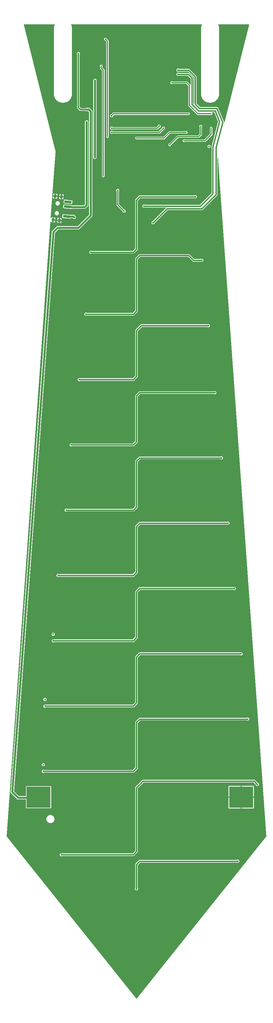
<source format=gbr>
G04 EAGLE Gerber RS-274X export*
G75*
%MOMM*%
%FSLAX34Y34*%
%LPD*%
%INBottom Copper*%
%IPPOS*%
%AMOC8*
5,1,8,0,0,1.08239X$1,22.5*%
G01*
%ADD10R,7.300000X6.400000*%
%ADD11R,2.209800X0.762000*%
%ADD12R,0.812800X0.990600*%
%ADD13C,0.525000*%
%ADD14C,0.406400*%
%ADD15C,0.402400*%
%ADD16C,0.609600*%
%ADD17C,0.600000*%
%ADD18C,0.304800*%
%ADD19C,0.812800*%

G36*
X48Y-2996292D02*
X48Y-2996292D01*
X64Y-2996293D01*
X167Y-2996267D01*
X272Y-2996245D01*
X285Y-2996237D01*
X300Y-2996233D01*
X390Y-2996175D01*
X482Y-2996120D01*
X496Y-2996106D01*
X505Y-2996100D01*
X519Y-2996082D01*
X585Y-2996015D01*
X397733Y-2499580D01*
X397773Y-2499508D01*
X397821Y-2499440D01*
X397832Y-2499402D01*
X397852Y-2499368D01*
X397867Y-2499286D01*
X397891Y-2499207D01*
X397892Y-2499151D01*
X397897Y-2499128D01*
X397894Y-2499106D01*
X397895Y-2499059D01*
X249401Y-420149D01*
X249379Y-420056D01*
X249364Y-419962D01*
X249351Y-419938D01*
X249345Y-419912D01*
X249294Y-419831D01*
X249249Y-419747D01*
X249229Y-419728D01*
X249215Y-419705D01*
X249140Y-419645D01*
X249070Y-419580D01*
X249046Y-419569D01*
X249025Y-419552D01*
X248935Y-419518D01*
X248848Y-419479D01*
X248821Y-419476D01*
X248796Y-419467D01*
X248701Y-419464D01*
X248605Y-419455D01*
X248579Y-419461D01*
X248552Y-419460D01*
X248461Y-419488D01*
X248368Y-419510D01*
X248345Y-419524D01*
X248319Y-419532D01*
X248242Y-419588D01*
X248160Y-419639D01*
X248143Y-419660D01*
X248122Y-419675D01*
X248066Y-419753D01*
X248005Y-419827D01*
X247996Y-419852D01*
X247980Y-419874D01*
X247953Y-419966D01*
X247919Y-420056D01*
X247916Y-420091D01*
X247911Y-420108D01*
X247909Y-420155D01*
X247905Y-420203D01*
X247905Y-535084D01*
X202344Y-580645D01*
X95974Y-580645D01*
X95878Y-580661D01*
X95781Y-580670D01*
X95758Y-580680D01*
X95733Y-580684D01*
X95647Y-580730D01*
X95558Y-580771D01*
X95533Y-580792D01*
X95518Y-580799D01*
X95501Y-580818D01*
X95444Y-580864D01*
X55677Y-620631D01*
X55620Y-620711D01*
X55558Y-620786D01*
X55550Y-620809D01*
X55535Y-620830D01*
X55507Y-620923D01*
X55496Y-620951D01*
X55483Y-620979D01*
X55483Y-620987D01*
X55472Y-621014D01*
X55469Y-621047D01*
X55464Y-621063D01*
X55465Y-621088D01*
X55458Y-621161D01*
X55458Y-621689D01*
X52729Y-624418D01*
X48871Y-624418D01*
X46142Y-621689D01*
X46142Y-617831D01*
X48871Y-615102D01*
X49399Y-615102D01*
X49495Y-615086D01*
X49592Y-615077D01*
X49615Y-615067D01*
X49640Y-615063D01*
X49726Y-615017D01*
X49815Y-614976D01*
X49840Y-614955D01*
X49855Y-614948D01*
X49872Y-614929D01*
X49929Y-614883D01*
X89696Y-575116D01*
X90508Y-574304D01*
X90551Y-574244D01*
X90601Y-574190D01*
X90621Y-574146D01*
X90650Y-574105D01*
X90671Y-574035D01*
X90702Y-573968D01*
X90707Y-573919D01*
X90721Y-573872D01*
X90718Y-573799D01*
X90726Y-573725D01*
X90715Y-573677D01*
X90713Y-573628D01*
X90687Y-573559D01*
X90670Y-573488D01*
X90644Y-573446D01*
X90627Y-573400D01*
X90581Y-573343D01*
X90542Y-573280D01*
X90504Y-573249D01*
X90472Y-573211D01*
X90410Y-573172D01*
X90353Y-573125D01*
X90307Y-573108D01*
X90265Y-573082D01*
X90194Y-573065D01*
X90125Y-573039D01*
X90052Y-573032D01*
X90028Y-573026D01*
X90011Y-573028D01*
X89978Y-573025D01*
X25693Y-573025D01*
X25596Y-573041D01*
X25499Y-573050D01*
X25477Y-573060D01*
X25452Y-573064D01*
X25366Y-573110D01*
X25277Y-573151D01*
X25251Y-573172D01*
X25237Y-573179D01*
X25220Y-573198D01*
X25163Y-573244D01*
X24789Y-573618D01*
X20931Y-573618D01*
X18202Y-570889D01*
X18202Y-567031D01*
X20931Y-564302D01*
X24789Y-564302D01*
X25163Y-564676D01*
X25242Y-564733D01*
X25317Y-564795D01*
X25341Y-564803D01*
X25361Y-564818D01*
X25455Y-564846D01*
X25546Y-564881D01*
X25579Y-564884D01*
X25595Y-564889D01*
X25620Y-564888D01*
X25693Y-564895D01*
X193586Y-564895D01*
X193682Y-564879D01*
X193779Y-564870D01*
X193802Y-564860D01*
X193827Y-564856D01*
X193913Y-564810D01*
X194002Y-564769D01*
X194027Y-564748D01*
X194042Y-564741D01*
X194059Y-564722D01*
X194116Y-564676D01*
X229396Y-529396D01*
X229453Y-529316D01*
X229515Y-529241D01*
X229523Y-529218D01*
X229538Y-529197D01*
X229566Y-529104D01*
X229601Y-529013D01*
X229604Y-528980D01*
X229609Y-528964D01*
X229608Y-528939D01*
X229615Y-528866D01*
X229615Y-389934D01*
X229615Y-389931D01*
X229615Y-389928D01*
X229595Y-389812D01*
X229576Y-389693D01*
X229574Y-389690D01*
X229574Y-389687D01*
X229511Y-389553D01*
X229323Y-389235D01*
X229591Y-388196D01*
X229593Y-388175D01*
X229601Y-388156D01*
X229615Y-388009D01*
X229615Y-386936D01*
X229877Y-386675D01*
X229879Y-386672D01*
X229881Y-386670D01*
X229949Y-386574D01*
X230019Y-386476D01*
X230020Y-386473D01*
X230022Y-386471D01*
X230072Y-386332D01*
X249679Y-310357D01*
X249682Y-310321D01*
X249694Y-310287D01*
X249693Y-310200D01*
X249701Y-310114D01*
X249692Y-310079D01*
X249692Y-310043D01*
X249653Y-309901D01*
X238693Y-281405D01*
X238688Y-281397D01*
X238686Y-281388D01*
X238627Y-281292D01*
X238570Y-281195D01*
X238562Y-281188D01*
X238558Y-281180D01*
X238470Y-281109D01*
X238385Y-281035D01*
X238376Y-281031D01*
X238369Y-281025D01*
X238264Y-280986D01*
X238159Y-280943D01*
X238150Y-280943D01*
X238141Y-280939D01*
X237994Y-280925D01*
X231304Y-280925D01*
X231231Y-280937D01*
X231158Y-280939D01*
X231112Y-280956D01*
X231063Y-280964D01*
X230998Y-280999D01*
X230929Y-281025D01*
X230891Y-281056D01*
X230848Y-281079D01*
X230797Y-281133D01*
X230741Y-281180D01*
X230715Y-281222D01*
X230681Y-281257D01*
X230650Y-281324D01*
X230612Y-281387D01*
X230600Y-281435D01*
X230580Y-281480D01*
X230573Y-281553D01*
X230556Y-281624D01*
X230561Y-281673D01*
X230556Y-281723D01*
X230573Y-281794D01*
X230580Y-281867D01*
X230600Y-281912D01*
X230611Y-281960D01*
X230650Y-282023D01*
X230680Y-282090D01*
X230727Y-282146D01*
X230740Y-282168D01*
X230753Y-282178D01*
X230774Y-282204D01*
X232645Y-284075D01*
X232645Y-287425D01*
X230275Y-289795D01*
X226925Y-289795D01*
X226656Y-289526D01*
X226577Y-289469D01*
X226502Y-289407D01*
X226478Y-289399D01*
X226458Y-289384D01*
X226364Y-289356D01*
X226273Y-289321D01*
X226240Y-289318D01*
X226224Y-289313D01*
X226199Y-289314D01*
X226126Y-289307D01*
X186487Y-289307D01*
X159003Y-261823D01*
X159003Y-201174D01*
X158987Y-201077D01*
X158978Y-200980D01*
X158968Y-200958D01*
X158964Y-200933D01*
X158918Y-200847D01*
X158877Y-200758D01*
X158856Y-200732D01*
X158849Y-200718D01*
X158830Y-200701D01*
X158784Y-200644D01*
X152416Y-194276D01*
X152337Y-194219D01*
X152262Y-194157D01*
X152238Y-194149D01*
X152218Y-194134D01*
X152125Y-194106D01*
X152033Y-194071D01*
X152000Y-194068D01*
X151984Y-194063D01*
X151959Y-194064D01*
X151886Y-194057D01*
X110424Y-194057D01*
X110327Y-194073D01*
X110231Y-194082D01*
X110208Y-194092D01*
X110183Y-194096D01*
X110097Y-194142D01*
X110008Y-194183D01*
X109983Y-194204D01*
X109968Y-194211D01*
X109951Y-194230D01*
X109894Y-194276D01*
X109625Y-194545D01*
X106275Y-194545D01*
X103905Y-192175D01*
X103905Y-188825D01*
X106275Y-186455D01*
X109625Y-186455D01*
X109894Y-186724D01*
X109973Y-186781D01*
X110048Y-186843D01*
X110072Y-186851D01*
X110092Y-186866D01*
X110186Y-186894D01*
X110277Y-186929D01*
X110310Y-186932D01*
X110326Y-186937D01*
X110351Y-186936D01*
X110424Y-186943D01*
X155143Y-186943D01*
X157446Y-189246D01*
X164836Y-196636D01*
X164896Y-196679D01*
X164950Y-196729D01*
X164994Y-196750D01*
X165035Y-196778D01*
X165105Y-196800D01*
X165172Y-196830D01*
X165221Y-196835D01*
X165268Y-196849D01*
X165341Y-196847D01*
X165415Y-196854D01*
X165463Y-196843D01*
X165512Y-196841D01*
X165581Y-196816D01*
X165652Y-196799D01*
X165694Y-196773D01*
X165740Y-196756D01*
X165797Y-196709D01*
X165860Y-196670D01*
X165891Y-196632D01*
X165929Y-196601D01*
X165968Y-196538D01*
X166015Y-196482D01*
X166032Y-196436D01*
X166058Y-196394D01*
X166075Y-196322D01*
X166101Y-196253D01*
X166108Y-196180D01*
X166114Y-196156D01*
X166112Y-196140D01*
X166115Y-196106D01*
X166115Y-178524D01*
X166099Y-178428D01*
X166090Y-178331D01*
X166080Y-178308D01*
X166076Y-178283D01*
X166030Y-178197D01*
X165989Y-178108D01*
X165968Y-178083D01*
X165961Y-178068D01*
X165942Y-178051D01*
X165896Y-177994D01*
X157286Y-169384D01*
X157206Y-169327D01*
X157131Y-169265D01*
X157108Y-169257D01*
X157087Y-169242D01*
X156994Y-169214D01*
X156903Y-169179D01*
X156870Y-169176D01*
X156854Y-169171D01*
X156829Y-169172D01*
X156756Y-169165D01*
X129833Y-169165D01*
X129736Y-169181D01*
X129639Y-169190D01*
X129617Y-169200D01*
X129592Y-169204D01*
X129506Y-169250D01*
X129417Y-169291D01*
X129391Y-169312D01*
X129377Y-169319D01*
X129360Y-169338D01*
X129303Y-169384D01*
X128929Y-169758D01*
X125071Y-169758D01*
X122342Y-167029D01*
X122342Y-163171D01*
X125071Y-160442D01*
X128929Y-160442D01*
X129303Y-160816D01*
X129382Y-160873D01*
X129457Y-160935D01*
X129481Y-160943D01*
X129501Y-160958D01*
X129595Y-160986D01*
X129686Y-161021D01*
X129719Y-161024D01*
X129735Y-161029D01*
X129760Y-161028D01*
X129833Y-161035D01*
X160434Y-161035D01*
X174245Y-174846D01*
X174245Y-254546D01*
X174261Y-254642D01*
X174270Y-254739D01*
X174280Y-254762D01*
X174284Y-254787D01*
X174331Y-254873D01*
X174371Y-254962D01*
X174392Y-254987D01*
X174399Y-255002D01*
X174418Y-255019D01*
X174464Y-255076D01*
X174996Y-255608D01*
X175056Y-255651D01*
X175110Y-255701D01*
X175154Y-255721D01*
X175195Y-255750D01*
X175265Y-255771D01*
X175332Y-255802D01*
X175381Y-255807D01*
X175428Y-255821D01*
X175501Y-255818D01*
X175575Y-255826D01*
X175623Y-255815D01*
X175672Y-255813D01*
X175741Y-255787D01*
X175812Y-255770D01*
X175854Y-255744D01*
X175900Y-255727D01*
X175957Y-255681D01*
X176020Y-255642D01*
X176051Y-255604D01*
X176089Y-255572D01*
X176128Y-255510D01*
X176175Y-255453D01*
X176192Y-255407D01*
X176218Y-255365D01*
X176235Y-255294D01*
X176261Y-255225D01*
X176268Y-255152D01*
X176274Y-255128D01*
X176272Y-255111D01*
X176275Y-255078D01*
X176275Y-174714D01*
X176259Y-174618D01*
X176250Y-174521D01*
X176240Y-174498D01*
X176236Y-174473D01*
X176190Y-174387D01*
X176149Y-174298D01*
X176128Y-174273D01*
X176121Y-174258D01*
X176102Y-174241D01*
X176056Y-174184D01*
X158556Y-156684D01*
X158476Y-156627D01*
X158401Y-156565D01*
X158378Y-156557D01*
X158357Y-156542D01*
X158264Y-156514D01*
X158173Y-156479D01*
X158140Y-156476D01*
X158124Y-156471D01*
X158099Y-156472D01*
X158026Y-156465D01*
X129833Y-156465D01*
X129736Y-156481D01*
X129639Y-156490D01*
X129617Y-156500D01*
X129592Y-156504D01*
X129506Y-156550D01*
X129417Y-156591D01*
X129391Y-156612D01*
X129377Y-156619D01*
X129360Y-156638D01*
X129303Y-156684D01*
X128929Y-157058D01*
X125071Y-157058D01*
X122342Y-154329D01*
X122342Y-150471D01*
X125071Y-147742D01*
X128929Y-147742D01*
X129303Y-148116D01*
X129382Y-148173D01*
X129457Y-148235D01*
X129481Y-148243D01*
X129501Y-148258D01*
X129595Y-148286D01*
X129686Y-148321D01*
X129719Y-148324D01*
X129735Y-148329D01*
X129760Y-148328D01*
X129833Y-148335D01*
X161704Y-148335D01*
X184405Y-171036D01*
X184405Y-254546D01*
X184421Y-254642D01*
X184430Y-254739D01*
X184440Y-254762D01*
X184444Y-254787D01*
X184490Y-254873D01*
X184531Y-254962D01*
X184552Y-254987D01*
X184559Y-255002D01*
X184578Y-255019D01*
X184624Y-255076D01*
X194504Y-264956D01*
X194584Y-265013D01*
X194659Y-265075D01*
X194682Y-265083D01*
X194703Y-265098D01*
X194796Y-265126D01*
X194887Y-265161D01*
X194920Y-265164D01*
X194936Y-265169D01*
X194961Y-265168D01*
X195034Y-265175D01*
X245428Y-265175D01*
X245499Y-265163D01*
X245571Y-265161D01*
X245644Y-265140D01*
X245668Y-265136D01*
X245683Y-265128D01*
X245713Y-265119D01*
X246389Y-264840D01*
X247055Y-265118D01*
X247127Y-265135D01*
X247196Y-265161D01*
X247268Y-265168D01*
X247292Y-265174D01*
X247309Y-265172D01*
X247343Y-265175D01*
X248064Y-265175D01*
X248581Y-265692D01*
X248640Y-265735D01*
X248692Y-265784D01*
X248759Y-265820D01*
X248779Y-265835D01*
X248794Y-265839D01*
X248822Y-265854D01*
X249498Y-266135D01*
X249772Y-266802D01*
X249811Y-266865D01*
X249841Y-266932D01*
X249887Y-266989D01*
X249900Y-267010D01*
X249914Y-267020D01*
X249935Y-267047D01*
X250445Y-267556D01*
X250445Y-268288D01*
X250448Y-268308D01*
X250446Y-268325D01*
X250457Y-268371D01*
X250459Y-268431D01*
X250480Y-268504D01*
X250484Y-268528D01*
X250492Y-268543D01*
X250501Y-268573D01*
X267795Y-310573D01*
X267808Y-310594D01*
X267840Y-310663D01*
X268589Y-311957D01*
X268639Y-312018D01*
X268682Y-312085D01*
X268716Y-312112D01*
X268744Y-312145D01*
X268811Y-312187D01*
X268873Y-312236D01*
X268914Y-312251D01*
X268951Y-312274D01*
X269028Y-312292D01*
X269103Y-312319D01*
X269146Y-312319D01*
X269189Y-312329D01*
X269268Y-312321D01*
X269347Y-312323D01*
X269388Y-312309D01*
X269432Y-312305D01*
X269504Y-312272D01*
X269579Y-312248D01*
X269614Y-312222D01*
X269654Y-312204D01*
X269711Y-312150D01*
X269775Y-312103D01*
X269800Y-312067D01*
X269832Y-312037D01*
X269869Y-311967D01*
X269914Y-311902D01*
X269935Y-311843D01*
X269947Y-311822D01*
X269950Y-311802D01*
X269964Y-311763D01*
X344684Y-12882D01*
X344694Y-12767D01*
X344705Y-12651D01*
X344704Y-12645D01*
X344704Y-12639D01*
X344676Y-12527D01*
X344650Y-12414D01*
X344646Y-12408D01*
X344645Y-12402D01*
X344582Y-12305D01*
X344521Y-12206D01*
X344516Y-12202D01*
X344513Y-12197D01*
X344422Y-12125D01*
X344333Y-12052D01*
X344327Y-12049D01*
X344321Y-12045D01*
X344212Y-12006D01*
X344104Y-11965D01*
X344096Y-11965D01*
X344092Y-11963D01*
X344077Y-11963D01*
X343957Y-11951D01*
X250766Y-11951D01*
X250734Y-11956D01*
X250701Y-11954D01*
X250614Y-11976D01*
X250525Y-11990D01*
X250496Y-12006D01*
X250464Y-12014D01*
X250389Y-12063D01*
X250310Y-12105D01*
X250287Y-12129D01*
X250260Y-12147D01*
X250204Y-12218D01*
X250143Y-12284D01*
X250129Y-12313D01*
X250109Y-12339D01*
X250079Y-12424D01*
X250042Y-12506D01*
X250039Y-12538D01*
X250028Y-12569D01*
X250027Y-12659D01*
X250018Y-12749D01*
X250026Y-12780D01*
X250025Y-12813D01*
X250062Y-12956D01*
X252533Y-19745D01*
X252533Y-229455D01*
X249212Y-238579D01*
X242971Y-246017D01*
X234562Y-250871D01*
X225000Y-252557D01*
X215438Y-250871D01*
X207029Y-246017D01*
X200788Y-238579D01*
X197467Y-229455D01*
X197467Y-19745D01*
X199938Y-12956D01*
X199944Y-12924D01*
X199958Y-12894D01*
X199967Y-12805D01*
X199983Y-12716D01*
X199979Y-12684D01*
X199982Y-12651D01*
X199961Y-12564D01*
X199949Y-12475D01*
X199934Y-12446D01*
X199927Y-12414D01*
X199879Y-12337D01*
X199839Y-12257D01*
X199815Y-12234D01*
X199798Y-12206D01*
X199729Y-12149D01*
X199664Y-12086D01*
X199635Y-12072D01*
X199609Y-12052D01*
X199525Y-12020D01*
X199444Y-11981D01*
X199412Y-11977D01*
X199381Y-11965D01*
X199234Y-11951D01*
X-199234Y-11951D01*
X-199266Y-11956D01*
X-199299Y-11954D01*
X-199386Y-11976D01*
X-199475Y-11990D01*
X-199504Y-12006D01*
X-199536Y-12014D01*
X-199611Y-12063D01*
X-199690Y-12105D01*
X-199713Y-12129D01*
X-199740Y-12147D01*
X-199796Y-12218D01*
X-199857Y-12284D01*
X-199871Y-12313D01*
X-199891Y-12339D01*
X-199921Y-12424D01*
X-199958Y-12506D01*
X-199961Y-12538D01*
X-199972Y-12569D01*
X-199973Y-12659D01*
X-199982Y-12749D01*
X-199974Y-12780D01*
X-199975Y-12813D01*
X-199938Y-12956D01*
X-197467Y-19745D01*
X-197467Y-229455D01*
X-200788Y-238579D01*
X-207029Y-246017D01*
X-215438Y-250871D01*
X-225000Y-252557D01*
X-234562Y-250871D01*
X-242971Y-246017D01*
X-249212Y-238579D01*
X-252533Y-229455D01*
X-252533Y-19745D01*
X-250062Y-12956D01*
X-250056Y-12924D01*
X-250042Y-12894D01*
X-250033Y-12805D01*
X-250017Y-12716D01*
X-250021Y-12684D01*
X-250018Y-12651D01*
X-250039Y-12564D01*
X-250051Y-12475D01*
X-250066Y-12446D01*
X-250073Y-12414D01*
X-250121Y-12337D01*
X-250161Y-12257D01*
X-250185Y-12234D01*
X-250202Y-12206D01*
X-250271Y-12149D01*
X-250336Y-12086D01*
X-250365Y-12072D01*
X-250391Y-12052D01*
X-250475Y-12020D01*
X-250556Y-11981D01*
X-250588Y-11977D01*
X-250619Y-11965D01*
X-250766Y-11951D01*
X-343957Y-11951D01*
X-344072Y-11970D01*
X-344186Y-11986D01*
X-344192Y-11989D01*
X-344198Y-11990D01*
X-344300Y-12045D01*
X-344403Y-12098D01*
X-344408Y-12102D01*
X-344413Y-12105D01*
X-344492Y-12190D01*
X-344573Y-12273D01*
X-344576Y-12279D01*
X-344580Y-12284D01*
X-344628Y-12388D01*
X-344678Y-12493D01*
X-344678Y-12500D01*
X-344681Y-12506D01*
X-344692Y-12621D01*
X-344706Y-12736D01*
X-344705Y-12744D01*
X-344705Y-12749D01*
X-344702Y-12763D01*
X-344684Y-12882D01*
X-248189Y-398862D01*
X-248169Y-398910D01*
X-248163Y-398932D01*
X-248149Y-398956D01*
X-248114Y-399050D01*
X-248098Y-399073D01*
X-248092Y-399086D01*
X-248076Y-399104D01*
X-248029Y-399171D01*
X-247912Y-399305D01*
X-247941Y-399702D01*
X-247937Y-399747D01*
X-247942Y-399791D01*
X-247920Y-399937D01*
X-247824Y-400324D01*
X-247915Y-400476D01*
X-247952Y-400570D01*
X-247995Y-400662D01*
X-247999Y-400689D01*
X-248005Y-400703D01*
X-248006Y-400727D01*
X-248020Y-400808D01*
X-262514Y-603731D01*
X-262510Y-603774D01*
X-262515Y-603817D01*
X-262499Y-603894D01*
X-262492Y-603974D01*
X-262474Y-604013D01*
X-262465Y-604055D01*
X-262425Y-604124D01*
X-262392Y-604197D01*
X-262363Y-604228D01*
X-262341Y-604265D01*
X-262281Y-604317D01*
X-262227Y-604376D01*
X-262189Y-604396D01*
X-262156Y-604424D01*
X-262082Y-604454D01*
X-262012Y-604492D01*
X-261970Y-604499D01*
X-261930Y-604515D01*
X-261850Y-604520D01*
X-261772Y-604533D01*
X-261729Y-604527D01*
X-261686Y-604529D01*
X-261609Y-604508D01*
X-261531Y-604495D01*
X-261493Y-604475D01*
X-261451Y-604463D01*
X-261385Y-604419D01*
X-261315Y-604382D01*
X-261285Y-604350D01*
X-261249Y-604326D01*
X-261153Y-604214D01*
X-260871Y-603810D01*
X-260358Y-603380D01*
X-259752Y-603098D01*
X-259093Y-602981D01*
X-256205Y-603234D01*
X-256793Y-609952D01*
X-256791Y-609977D01*
X-256795Y-610001D01*
X-256781Y-610098D01*
X-256774Y-610195D01*
X-256764Y-610218D01*
X-256761Y-610242D01*
X-256717Y-610330D01*
X-256678Y-610420D01*
X-256662Y-610438D01*
X-256651Y-610460D01*
X-256581Y-610529D01*
X-256515Y-610602D01*
X-256494Y-610614D01*
X-256476Y-610631D01*
X-256388Y-610673D01*
X-256303Y-610721D01*
X-256279Y-610726D01*
X-256257Y-610737D01*
X-256111Y-610764D01*
X-255364Y-610829D01*
X-255364Y-610831D01*
X-256112Y-610765D01*
X-256136Y-610767D01*
X-256160Y-610763D01*
X-256257Y-610777D01*
X-256355Y-610784D01*
X-256377Y-610794D01*
X-256402Y-610797D01*
X-256489Y-610841D01*
X-256579Y-610880D01*
X-256598Y-610896D01*
X-256619Y-610907D01*
X-256688Y-610977D01*
X-256761Y-611043D01*
X-256773Y-611064D01*
X-256790Y-611082D01*
X-256833Y-611170D01*
X-256881Y-611255D01*
X-256885Y-611279D01*
X-256896Y-611301D01*
X-256923Y-611447D01*
X-257511Y-618165D01*
X-260399Y-617912D01*
X-261028Y-617683D01*
X-261576Y-617299D01*
X-262006Y-616787D01*
X-262035Y-616725D01*
X-262066Y-616679D01*
X-262088Y-616629D01*
X-262134Y-616579D01*
X-262173Y-616524D01*
X-262217Y-616490D01*
X-262254Y-616450D01*
X-262314Y-616418D01*
X-262368Y-616377D01*
X-262420Y-616360D01*
X-262469Y-616334D01*
X-262535Y-616322D01*
X-262600Y-616301D01*
X-262655Y-616302D01*
X-262709Y-616292D01*
X-262776Y-616303D01*
X-262844Y-616304D01*
X-262896Y-616322D01*
X-262950Y-616331D01*
X-263010Y-616362D01*
X-263074Y-616384D01*
X-263117Y-616418D01*
X-263166Y-616444D01*
X-263213Y-616493D01*
X-263266Y-616535D01*
X-263296Y-616581D01*
X-263334Y-616621D01*
X-263362Y-616683D01*
X-263399Y-616739D01*
X-263413Y-616793D01*
X-263436Y-616843D01*
X-263457Y-616962D01*
X-263460Y-616976D01*
X-263460Y-616980D01*
X-263461Y-616988D01*
X-397895Y-2499059D01*
X-397887Y-2499141D01*
X-397888Y-2499224D01*
X-397876Y-2499262D01*
X-397872Y-2499302D01*
X-397839Y-2499378D01*
X-397813Y-2499456D01*
X-397782Y-2499504D01*
X-397773Y-2499525D01*
X-397759Y-2499540D01*
X-397733Y-2499580D01*
X-585Y-2996015D01*
X-505Y-2996086D01*
X-429Y-2996161D01*
X-415Y-2996168D01*
X-404Y-2996178D01*
X-306Y-2996220D01*
X-209Y-2996266D01*
X-194Y-2996268D01*
X-179Y-2996274D01*
X-73Y-2996282D01*
X33Y-2996295D01*
X48Y-2996292D01*
G37*
%LPC*%
G36*
X-337392Y-2413383D02*
X-337392Y-2413383D01*
X-338583Y-2412192D01*
X-338583Y-2387080D01*
X-338587Y-2387056D01*
X-338584Y-2387031D01*
X-338606Y-2386936D01*
X-338622Y-2386839D01*
X-338634Y-2386818D01*
X-338640Y-2386794D01*
X-338691Y-2386710D01*
X-338737Y-2386624D01*
X-338755Y-2386607D01*
X-338768Y-2386586D01*
X-338844Y-2386524D01*
X-338915Y-2386457D01*
X-338938Y-2386447D01*
X-338957Y-2386431D01*
X-339048Y-2386397D01*
X-339138Y-2386356D01*
X-339162Y-2386354D01*
X-339185Y-2386345D01*
X-339332Y-2386331D01*
X-364054Y-2386331D01*
X-367250Y-2383135D01*
X-382190Y-2368195D01*
X-382247Y-2368154D01*
X-382298Y-2368106D01*
X-382346Y-2368084D01*
X-382388Y-2368053D01*
X-382455Y-2368033D01*
X-382519Y-2368003D01*
X-382595Y-2367990D01*
X-383837Y-2366551D01*
X-383851Y-2366540D01*
X-383874Y-2366511D01*
X-385222Y-2365163D01*
X-385224Y-2365098D01*
X-385242Y-2365049D01*
X-385251Y-2364997D01*
X-385284Y-2364935D01*
X-385308Y-2364869D01*
X-385352Y-2364806D01*
X-385213Y-2362911D01*
X-385215Y-2362893D01*
X-385211Y-2362856D01*
X-385211Y-2360949D01*
X-385166Y-2360902D01*
X-385144Y-2360854D01*
X-385114Y-2360812D01*
X-385093Y-2360745D01*
X-385063Y-2360681D01*
X-385050Y-2360602D01*
X-385043Y-2360578D01*
X-385043Y-2360563D01*
X-385038Y-2360535D01*
X-259083Y-647541D01*
X-259084Y-647523D01*
X-259081Y-647486D01*
X-259081Y-645579D01*
X-259036Y-645532D01*
X-259014Y-645485D01*
X-258983Y-645442D01*
X-258963Y-645375D01*
X-258933Y-645311D01*
X-258920Y-645235D01*
X-257481Y-643993D01*
X-257470Y-643979D01*
X-257441Y-643956D01*
X-246600Y-633115D01*
X-243404Y-629919D01*
X-180215Y-629919D01*
X-180119Y-629903D01*
X-180022Y-629894D01*
X-179999Y-629884D01*
X-179974Y-629880D01*
X-179888Y-629834D01*
X-179799Y-629793D01*
X-179774Y-629772D01*
X-179759Y-629765D01*
X-179742Y-629746D01*
X-179685Y-629700D01*
X-145000Y-595015D01*
X-144943Y-594936D01*
X-144881Y-594860D01*
X-144873Y-594837D01*
X-144858Y-594817D01*
X-144830Y-594723D01*
X-144795Y-594632D01*
X-144792Y-594599D01*
X-144787Y-594583D01*
X-144788Y-594558D01*
X-144781Y-594485D01*
X-144781Y-281815D01*
X-144797Y-281719D01*
X-144806Y-281622D01*
X-144816Y-281599D01*
X-144820Y-281574D01*
X-144866Y-281488D01*
X-144907Y-281399D01*
X-144928Y-281374D01*
X-144935Y-281359D01*
X-144954Y-281342D01*
X-145000Y-281285D01*
X-147935Y-278350D01*
X-148014Y-278293D01*
X-148090Y-278231D01*
X-148113Y-278223D01*
X-148133Y-278208D01*
X-148227Y-278180D01*
X-148318Y-278145D01*
X-148351Y-278142D01*
X-148367Y-278137D01*
X-148392Y-278138D01*
X-148465Y-278131D01*
X-154504Y-278131D01*
X-155301Y-277334D01*
X-155380Y-277277D01*
X-155456Y-277215D01*
X-155479Y-277207D01*
X-155499Y-277192D01*
X-155593Y-277164D01*
X-155684Y-277129D01*
X-155717Y-277126D01*
X-155733Y-277121D01*
X-155758Y-277122D01*
X-155831Y-277115D01*
X-173134Y-277115D01*
X-181865Y-268384D01*
X-181865Y-104433D01*
X-181881Y-104336D01*
X-181890Y-104239D01*
X-181900Y-104217D01*
X-181904Y-104192D01*
X-181950Y-104106D01*
X-181991Y-104017D01*
X-182012Y-103991D01*
X-182019Y-103977D01*
X-182038Y-103960D01*
X-182084Y-103903D01*
X-182458Y-103529D01*
X-182458Y-99671D01*
X-179729Y-96942D01*
X-175871Y-96942D01*
X-173142Y-99671D01*
X-173142Y-103529D01*
X-173516Y-103903D01*
X-173573Y-103982D01*
X-173635Y-104057D01*
X-173643Y-104081D01*
X-173658Y-104101D01*
X-173686Y-104195D01*
X-173721Y-104286D01*
X-173724Y-104319D01*
X-173729Y-104335D01*
X-173728Y-104360D01*
X-173735Y-104433D01*
X-173735Y-264706D01*
X-173719Y-264802D01*
X-173710Y-264899D01*
X-173700Y-264922D01*
X-173696Y-264947D01*
X-173650Y-265033D01*
X-173609Y-265122D01*
X-173588Y-265147D01*
X-173581Y-265162D01*
X-173562Y-265179D01*
X-173516Y-265236D01*
X-169986Y-268766D01*
X-169906Y-268823D01*
X-169831Y-268885D01*
X-169808Y-268893D01*
X-169787Y-268908D01*
X-169694Y-268936D01*
X-169603Y-268971D01*
X-169570Y-268974D01*
X-169554Y-268979D01*
X-169529Y-268978D01*
X-169456Y-268985D01*
X-155831Y-268985D01*
X-155735Y-268969D01*
X-155638Y-268960D01*
X-155615Y-268950D01*
X-155590Y-268946D01*
X-155504Y-268900D01*
X-155415Y-268859D01*
X-155390Y-268838D01*
X-155375Y-268831D01*
X-155358Y-268812D01*
X-155301Y-268766D01*
X-154504Y-267969D01*
X-143946Y-267969D01*
X-134619Y-277296D01*
X-134619Y-599004D01*
X-175696Y-640081D01*
X-238885Y-640081D01*
X-238981Y-640097D01*
X-239078Y-640106D01*
X-239101Y-640116D01*
X-239126Y-640120D01*
X-239212Y-640166D01*
X-239301Y-640207D01*
X-239326Y-640228D01*
X-239341Y-640235D01*
X-239358Y-640254D01*
X-239415Y-640300D01*
X-248875Y-649760D01*
X-248915Y-649817D01*
X-248964Y-649868D01*
X-248986Y-649915D01*
X-249017Y-649958D01*
X-249037Y-650025D01*
X-249067Y-650089D01*
X-249080Y-650168D01*
X-249088Y-650192D01*
X-249087Y-650206D01*
X-249092Y-650235D01*
X-374867Y-2360780D01*
X-374867Y-2360783D01*
X-374868Y-2360785D01*
X-374856Y-2360905D01*
X-374845Y-2361023D01*
X-374844Y-2361026D01*
X-374844Y-2361028D01*
X-374795Y-2361137D01*
X-374746Y-2361246D01*
X-374745Y-2361248D01*
X-374744Y-2361251D01*
X-374650Y-2361365D01*
X-360065Y-2375950D01*
X-359986Y-2376007D01*
X-359910Y-2376069D01*
X-359887Y-2376077D01*
X-359867Y-2376092D01*
X-359773Y-2376120D01*
X-359682Y-2376155D01*
X-359649Y-2376158D01*
X-359633Y-2376163D01*
X-359608Y-2376162D01*
X-359535Y-2376169D01*
X-339332Y-2376169D01*
X-339308Y-2376165D01*
X-339283Y-2376168D01*
X-339188Y-2376146D01*
X-339091Y-2376130D01*
X-339070Y-2376118D01*
X-339046Y-2376112D01*
X-338962Y-2376061D01*
X-338876Y-2376015D01*
X-338859Y-2375997D01*
X-338838Y-2375984D01*
X-338776Y-2375908D01*
X-338709Y-2375837D01*
X-338699Y-2375814D01*
X-338683Y-2375795D01*
X-338649Y-2375704D01*
X-338608Y-2375614D01*
X-338606Y-2375590D01*
X-338597Y-2375567D01*
X-338583Y-2375420D01*
X-338583Y-2346508D01*
X-337392Y-2345317D01*
X-262708Y-2345317D01*
X-261517Y-2346508D01*
X-261517Y-2412192D01*
X-262708Y-2413383D01*
X-337392Y-2413383D01*
G37*
%LPD*%
%LPC*%
G36*
X-231929Y-2560058D02*
X-231929Y-2560058D01*
X-234658Y-2557329D01*
X-234658Y-2553471D01*
X-231929Y-2550742D01*
X-228071Y-2550742D01*
X-227697Y-2551116D01*
X-227618Y-2551173D01*
X-227543Y-2551235D01*
X-227519Y-2551243D01*
X-227499Y-2551258D01*
X-227405Y-2551286D01*
X-227314Y-2551321D01*
X-227281Y-2551324D01*
X-227265Y-2551329D01*
X-227240Y-2551328D01*
X-227167Y-2551335D01*
X-11994Y-2551335D01*
X-11898Y-2551319D01*
X-11801Y-2551310D01*
X-11778Y-2551300D01*
X-11753Y-2551296D01*
X-11667Y-2551250D01*
X-11578Y-2551209D01*
X-11553Y-2551188D01*
X-11538Y-2551181D01*
X-11521Y-2551162D01*
X-11464Y-2551116D01*
X-4284Y-2543936D01*
X-4227Y-2543856D01*
X-4165Y-2543781D01*
X-4157Y-2543758D01*
X-4142Y-2543737D01*
X-4114Y-2543644D01*
X-4079Y-2543553D01*
X-4076Y-2543520D01*
X-4071Y-2543504D01*
X-4072Y-2543479D01*
X-4065Y-2543406D01*
X-4065Y-2348316D01*
X-1464Y-2345716D01*
X18316Y-2325935D01*
X361684Y-2325935D01*
X370871Y-2335123D01*
X370951Y-2335180D01*
X371026Y-2335242D01*
X371049Y-2335250D01*
X371070Y-2335265D01*
X371163Y-2335293D01*
X371254Y-2335328D01*
X371287Y-2335331D01*
X371303Y-2335336D01*
X371328Y-2335335D01*
X371401Y-2335342D01*
X371929Y-2335342D01*
X374658Y-2338071D01*
X374658Y-2341929D01*
X371929Y-2344658D01*
X368071Y-2344658D01*
X365342Y-2341929D01*
X365342Y-2341401D01*
X365326Y-2341305D01*
X365317Y-2341208D01*
X365307Y-2341185D01*
X365303Y-2341160D01*
X365257Y-2341074D01*
X365216Y-2340985D01*
X365195Y-2340960D01*
X365188Y-2340945D01*
X365169Y-2340928D01*
X365123Y-2340871D01*
X358536Y-2334284D01*
X358456Y-2334227D01*
X358381Y-2334165D01*
X358358Y-2334157D01*
X358337Y-2334142D01*
X358244Y-2334114D01*
X358153Y-2334079D01*
X358120Y-2334076D01*
X358104Y-2334071D01*
X358079Y-2334072D01*
X358006Y-2334065D01*
X21994Y-2334065D01*
X21898Y-2334081D01*
X21801Y-2334090D01*
X21778Y-2334100D01*
X21753Y-2334104D01*
X21667Y-2334150D01*
X21578Y-2334191D01*
X21553Y-2334212D01*
X21538Y-2334219D01*
X21521Y-2334238D01*
X21464Y-2334284D01*
X4284Y-2351464D01*
X4227Y-2351544D01*
X4165Y-2351619D01*
X4157Y-2351642D01*
X4142Y-2351663D01*
X4114Y-2351756D01*
X4079Y-2351847D01*
X4076Y-2351880D01*
X4071Y-2351896D01*
X4072Y-2351921D01*
X4065Y-2351994D01*
X4065Y-2547084D01*
X-5716Y-2556864D01*
X-8316Y-2559465D01*
X-227167Y-2559465D01*
X-227264Y-2559481D01*
X-227361Y-2559490D01*
X-227383Y-2559500D01*
X-227408Y-2559504D01*
X-227494Y-2559550D01*
X-227583Y-2559591D01*
X-227609Y-2559612D01*
X-227623Y-2559619D01*
X-227639Y-2559637D01*
X-227642Y-2559638D01*
X-227645Y-2559642D01*
X-227697Y-2559684D01*
X-228071Y-2560058D01*
X-231929Y-2560058D01*
G37*
%LPD*%
%LPC*%
G36*
X-286929Y-2304658D02*
X-286929Y-2304658D01*
X-289658Y-2301929D01*
X-289658Y-2298071D01*
X-286929Y-2295342D01*
X-283071Y-2295342D01*
X-282697Y-2295716D01*
X-282618Y-2295773D01*
X-282543Y-2295835D01*
X-282519Y-2295843D01*
X-282499Y-2295858D01*
X-282405Y-2295886D01*
X-282314Y-2295921D01*
X-282281Y-2295924D01*
X-282265Y-2295929D01*
X-282240Y-2295928D01*
X-282167Y-2295935D01*
X-11994Y-2295935D01*
X-11898Y-2295919D01*
X-11801Y-2295910D01*
X-11778Y-2295900D01*
X-11753Y-2295896D01*
X-11667Y-2295850D01*
X-11578Y-2295809D01*
X-11553Y-2295788D01*
X-11538Y-2295781D01*
X-11521Y-2295762D01*
X-11464Y-2295716D01*
X-4284Y-2288536D01*
X-4227Y-2288456D01*
X-4165Y-2288381D01*
X-4157Y-2288358D01*
X-4142Y-2288337D01*
X-4114Y-2288244D01*
X-4079Y-2288153D01*
X-4076Y-2288120D01*
X-4071Y-2288104D01*
X-4072Y-2288079D01*
X-4065Y-2288006D01*
X-4065Y-2148316D01*
X-1464Y-2145716D01*
X8316Y-2135935D01*
X337167Y-2135935D01*
X337264Y-2135919D01*
X337361Y-2135910D01*
X337383Y-2135900D01*
X337408Y-2135896D01*
X337494Y-2135850D01*
X337583Y-2135809D01*
X337609Y-2135788D01*
X337623Y-2135781D01*
X337640Y-2135762D01*
X337697Y-2135716D01*
X338071Y-2135342D01*
X341929Y-2135342D01*
X344658Y-2138071D01*
X344658Y-2141929D01*
X341929Y-2144658D01*
X338071Y-2144658D01*
X337697Y-2144284D01*
X337618Y-2144227D01*
X337543Y-2144165D01*
X337519Y-2144157D01*
X337499Y-2144142D01*
X337405Y-2144114D01*
X337314Y-2144079D01*
X337281Y-2144076D01*
X337265Y-2144071D01*
X337240Y-2144072D01*
X337167Y-2144065D01*
X11994Y-2144065D01*
X11898Y-2144081D01*
X11801Y-2144090D01*
X11778Y-2144100D01*
X11753Y-2144104D01*
X11667Y-2144150D01*
X11578Y-2144191D01*
X11553Y-2144212D01*
X11538Y-2144219D01*
X11521Y-2144238D01*
X11464Y-2144284D01*
X4284Y-2151464D01*
X4227Y-2151544D01*
X4165Y-2151619D01*
X4157Y-2151642D01*
X4142Y-2151663D01*
X4114Y-2151756D01*
X4079Y-2151847D01*
X4076Y-2151880D01*
X4071Y-2151896D01*
X4072Y-2151921D01*
X4065Y-2151994D01*
X4065Y-2291684D01*
X1464Y-2294284D01*
X-8316Y-2304065D01*
X-282167Y-2304065D01*
X-282264Y-2304081D01*
X-282361Y-2304090D01*
X-282383Y-2304100D01*
X-282408Y-2304104D01*
X-282494Y-2304150D01*
X-282583Y-2304191D01*
X-282609Y-2304212D01*
X-282623Y-2304219D01*
X-282640Y-2304238D01*
X-282697Y-2304284D01*
X-283071Y-2304658D01*
X-286929Y-2304658D01*
G37*
%LPD*%
%LPC*%
G36*
X-281929Y-2104658D02*
X-281929Y-2104658D01*
X-284658Y-2101929D01*
X-284658Y-2098071D01*
X-281929Y-2095342D01*
X-278071Y-2095342D01*
X-277697Y-2095716D01*
X-277618Y-2095773D01*
X-277543Y-2095835D01*
X-277519Y-2095843D01*
X-277499Y-2095858D01*
X-277405Y-2095886D01*
X-277314Y-2095921D01*
X-277281Y-2095924D01*
X-277265Y-2095929D01*
X-277240Y-2095928D01*
X-277167Y-2095935D01*
X-11994Y-2095935D01*
X-11898Y-2095919D01*
X-11801Y-2095910D01*
X-11778Y-2095900D01*
X-11753Y-2095896D01*
X-11667Y-2095850D01*
X-11578Y-2095809D01*
X-11553Y-2095788D01*
X-11538Y-2095781D01*
X-11521Y-2095762D01*
X-11464Y-2095716D01*
X-4284Y-2088536D01*
X-4227Y-2088456D01*
X-4165Y-2088381D01*
X-4157Y-2088358D01*
X-4142Y-2088337D01*
X-4114Y-2088244D01*
X-4079Y-2088153D01*
X-4076Y-2088120D01*
X-4071Y-2088104D01*
X-4072Y-2088079D01*
X-4065Y-2088006D01*
X-4065Y-1948316D01*
X-1464Y-1945716D01*
X8316Y-1935935D01*
X317167Y-1935935D01*
X317264Y-1935919D01*
X317361Y-1935910D01*
X317383Y-1935900D01*
X317408Y-1935896D01*
X317494Y-1935850D01*
X317583Y-1935809D01*
X317609Y-1935788D01*
X317623Y-1935781D01*
X317640Y-1935762D01*
X317697Y-1935716D01*
X318071Y-1935342D01*
X321929Y-1935342D01*
X324658Y-1938071D01*
X324658Y-1941929D01*
X321929Y-1944658D01*
X318071Y-1944658D01*
X317697Y-1944284D01*
X317618Y-1944227D01*
X317543Y-1944165D01*
X317519Y-1944157D01*
X317499Y-1944142D01*
X317405Y-1944114D01*
X317314Y-1944079D01*
X317281Y-1944076D01*
X317265Y-1944071D01*
X317240Y-1944072D01*
X317167Y-1944065D01*
X11994Y-1944065D01*
X11898Y-1944081D01*
X11801Y-1944090D01*
X11778Y-1944100D01*
X11753Y-1944104D01*
X11667Y-1944150D01*
X11578Y-1944191D01*
X11553Y-1944212D01*
X11538Y-1944219D01*
X11521Y-1944238D01*
X11464Y-1944284D01*
X4284Y-1951464D01*
X4227Y-1951544D01*
X4165Y-1951619D01*
X4157Y-1951642D01*
X4142Y-1951663D01*
X4114Y-1951756D01*
X4079Y-1951847D01*
X4076Y-1951880D01*
X4071Y-1951896D01*
X4072Y-1951921D01*
X4065Y-1951994D01*
X4065Y-2091684D01*
X1464Y-2094284D01*
X-5716Y-2101464D01*
X-8316Y-2104065D01*
X-277167Y-2104065D01*
X-277264Y-2104081D01*
X-277361Y-2104090D01*
X-277383Y-2104100D01*
X-277408Y-2104104D01*
X-277494Y-2104150D01*
X-277583Y-2104191D01*
X-277609Y-2104212D01*
X-277623Y-2104219D01*
X-277640Y-2104238D01*
X-277697Y-2104284D01*
X-278071Y-2104658D01*
X-281929Y-2104658D01*
G37*
%LPD*%
%LPC*%
G36*
X-256929Y-1904658D02*
X-256929Y-1904658D01*
X-259658Y-1901929D01*
X-259658Y-1898071D01*
X-256929Y-1895342D01*
X-253071Y-1895342D01*
X-252697Y-1895716D01*
X-252618Y-1895773D01*
X-252543Y-1895835D01*
X-252519Y-1895843D01*
X-252499Y-1895858D01*
X-252405Y-1895886D01*
X-252314Y-1895921D01*
X-252281Y-1895924D01*
X-252265Y-1895929D01*
X-252240Y-1895928D01*
X-252167Y-1895935D01*
X-11994Y-1895935D01*
X-11898Y-1895919D01*
X-11801Y-1895910D01*
X-11778Y-1895900D01*
X-11753Y-1895896D01*
X-11667Y-1895850D01*
X-11578Y-1895809D01*
X-11553Y-1895788D01*
X-11538Y-1895781D01*
X-11521Y-1895762D01*
X-11464Y-1895716D01*
X-4284Y-1888536D01*
X-4227Y-1888456D01*
X-4165Y-1888381D01*
X-4157Y-1888358D01*
X-4142Y-1888337D01*
X-4114Y-1888244D01*
X-4079Y-1888153D01*
X-4076Y-1888120D01*
X-4071Y-1888104D01*
X-4072Y-1888079D01*
X-4065Y-1888006D01*
X-4065Y-1748316D01*
X-1464Y-1745716D01*
X8316Y-1735935D01*
X297167Y-1735935D01*
X297264Y-1735919D01*
X297361Y-1735910D01*
X297383Y-1735900D01*
X297408Y-1735896D01*
X297494Y-1735850D01*
X297583Y-1735809D01*
X297609Y-1735788D01*
X297623Y-1735781D01*
X297640Y-1735762D01*
X297697Y-1735716D01*
X298071Y-1735342D01*
X301929Y-1735342D01*
X304658Y-1738071D01*
X304658Y-1741929D01*
X301929Y-1744658D01*
X298071Y-1744658D01*
X297697Y-1744284D01*
X297618Y-1744227D01*
X297543Y-1744165D01*
X297519Y-1744157D01*
X297499Y-1744142D01*
X297405Y-1744114D01*
X297314Y-1744079D01*
X297281Y-1744076D01*
X297265Y-1744071D01*
X297240Y-1744072D01*
X297167Y-1744065D01*
X11994Y-1744065D01*
X11898Y-1744081D01*
X11801Y-1744090D01*
X11778Y-1744100D01*
X11753Y-1744104D01*
X11667Y-1744150D01*
X11578Y-1744191D01*
X11553Y-1744212D01*
X11538Y-1744219D01*
X11521Y-1744238D01*
X11464Y-1744284D01*
X4284Y-1751464D01*
X4227Y-1751544D01*
X4165Y-1751619D01*
X4157Y-1751642D01*
X4142Y-1751663D01*
X4114Y-1751756D01*
X4079Y-1751847D01*
X4076Y-1751880D01*
X4071Y-1751896D01*
X4072Y-1751921D01*
X4065Y-1751994D01*
X4065Y-1891684D01*
X1464Y-1894284D01*
X-5716Y-1901464D01*
X-8316Y-1904065D01*
X-252167Y-1904065D01*
X-252264Y-1904081D01*
X-252361Y-1904090D01*
X-252383Y-1904100D01*
X-252408Y-1904104D01*
X-252494Y-1904150D01*
X-252583Y-1904191D01*
X-252609Y-1904212D01*
X-252623Y-1904219D01*
X-252640Y-1904238D01*
X-252697Y-1904284D01*
X-253071Y-1904658D01*
X-256929Y-1904658D01*
G37*
%LPD*%
%LPC*%
G36*
X-241929Y-1704658D02*
X-241929Y-1704658D01*
X-244658Y-1701929D01*
X-244658Y-1698071D01*
X-241929Y-1695342D01*
X-238071Y-1695342D01*
X-237697Y-1695716D01*
X-237618Y-1695773D01*
X-237543Y-1695835D01*
X-237519Y-1695843D01*
X-237499Y-1695858D01*
X-237405Y-1695886D01*
X-237314Y-1695921D01*
X-237281Y-1695924D01*
X-237265Y-1695929D01*
X-237240Y-1695928D01*
X-237167Y-1695935D01*
X-11994Y-1695935D01*
X-11898Y-1695919D01*
X-11801Y-1695910D01*
X-11778Y-1695900D01*
X-11753Y-1695896D01*
X-11667Y-1695850D01*
X-11578Y-1695809D01*
X-11553Y-1695788D01*
X-11538Y-1695781D01*
X-11521Y-1695762D01*
X-11464Y-1695716D01*
X-4284Y-1688536D01*
X-4227Y-1688456D01*
X-4165Y-1688381D01*
X-4157Y-1688358D01*
X-4142Y-1688337D01*
X-4114Y-1688244D01*
X-4079Y-1688153D01*
X-4076Y-1688120D01*
X-4071Y-1688104D01*
X-4072Y-1688079D01*
X-4065Y-1688006D01*
X-4065Y-1548316D01*
X5716Y-1538536D01*
X8316Y-1535935D01*
X277167Y-1535935D01*
X277264Y-1535919D01*
X277361Y-1535910D01*
X277383Y-1535900D01*
X277408Y-1535896D01*
X277494Y-1535850D01*
X277583Y-1535809D01*
X277609Y-1535788D01*
X277623Y-1535781D01*
X277640Y-1535762D01*
X277697Y-1535716D01*
X278071Y-1535342D01*
X281929Y-1535342D01*
X284658Y-1538071D01*
X284658Y-1541929D01*
X281929Y-1544658D01*
X278071Y-1544658D01*
X277697Y-1544284D01*
X277618Y-1544227D01*
X277543Y-1544165D01*
X277519Y-1544157D01*
X277499Y-1544142D01*
X277405Y-1544114D01*
X277314Y-1544079D01*
X277281Y-1544076D01*
X277265Y-1544071D01*
X277241Y-1544072D01*
X277167Y-1544065D01*
X11994Y-1544065D01*
X11898Y-1544081D01*
X11801Y-1544090D01*
X11778Y-1544100D01*
X11753Y-1544104D01*
X11667Y-1544150D01*
X11578Y-1544191D01*
X11553Y-1544212D01*
X11538Y-1544219D01*
X11521Y-1544238D01*
X11464Y-1544284D01*
X4284Y-1551464D01*
X4227Y-1551544D01*
X4165Y-1551619D01*
X4157Y-1551642D01*
X4142Y-1551663D01*
X4114Y-1551756D01*
X4079Y-1551847D01*
X4076Y-1551880D01*
X4071Y-1551896D01*
X4072Y-1551921D01*
X4065Y-1551994D01*
X4065Y-1691684D01*
X-5716Y-1701464D01*
X-8316Y-1704065D01*
X-237167Y-1704065D01*
X-237264Y-1704081D01*
X-237361Y-1704090D01*
X-237383Y-1704100D01*
X-237408Y-1704104D01*
X-237494Y-1704150D01*
X-237583Y-1704191D01*
X-237609Y-1704212D01*
X-237623Y-1704219D01*
X-237640Y-1704238D01*
X-237697Y-1704284D01*
X-238071Y-1704658D01*
X-241929Y-1704658D01*
G37*
%LPD*%
%LPC*%
G36*
X-216929Y-1504658D02*
X-216929Y-1504658D01*
X-219658Y-1501929D01*
X-219658Y-1498071D01*
X-216929Y-1495342D01*
X-213071Y-1495342D01*
X-212697Y-1495716D01*
X-212618Y-1495773D01*
X-212543Y-1495835D01*
X-212519Y-1495843D01*
X-212499Y-1495858D01*
X-212405Y-1495886D01*
X-212314Y-1495921D01*
X-212281Y-1495924D01*
X-212265Y-1495929D01*
X-212240Y-1495928D01*
X-212167Y-1495935D01*
X-11994Y-1495935D01*
X-11898Y-1495919D01*
X-11801Y-1495910D01*
X-11778Y-1495900D01*
X-11753Y-1495896D01*
X-11667Y-1495850D01*
X-11578Y-1495809D01*
X-11553Y-1495788D01*
X-11538Y-1495781D01*
X-11521Y-1495762D01*
X-11464Y-1495716D01*
X-4284Y-1488536D01*
X-4227Y-1488456D01*
X-4165Y-1488381D01*
X-4157Y-1488358D01*
X-4142Y-1488337D01*
X-4114Y-1488244D01*
X-4079Y-1488153D01*
X-4076Y-1488120D01*
X-4071Y-1488104D01*
X-4072Y-1488079D01*
X-4065Y-1488006D01*
X-4065Y-1348316D01*
X5716Y-1338536D01*
X8316Y-1335935D01*
X257167Y-1335935D01*
X257264Y-1335919D01*
X257361Y-1335910D01*
X257383Y-1335900D01*
X257408Y-1335896D01*
X257494Y-1335850D01*
X257583Y-1335809D01*
X257609Y-1335788D01*
X257623Y-1335781D01*
X257640Y-1335762D01*
X257697Y-1335716D01*
X258071Y-1335342D01*
X261929Y-1335342D01*
X264658Y-1338071D01*
X264658Y-1341929D01*
X261929Y-1344658D01*
X258071Y-1344658D01*
X257697Y-1344284D01*
X257618Y-1344227D01*
X257543Y-1344165D01*
X257519Y-1344157D01*
X257499Y-1344142D01*
X257405Y-1344114D01*
X257314Y-1344079D01*
X257281Y-1344076D01*
X257265Y-1344071D01*
X257240Y-1344072D01*
X257167Y-1344065D01*
X11994Y-1344065D01*
X11898Y-1344081D01*
X11801Y-1344090D01*
X11778Y-1344100D01*
X11753Y-1344104D01*
X11667Y-1344150D01*
X11578Y-1344191D01*
X11553Y-1344212D01*
X11538Y-1344219D01*
X11521Y-1344238D01*
X11464Y-1344284D01*
X4284Y-1351464D01*
X4227Y-1351544D01*
X4165Y-1351619D01*
X4157Y-1351642D01*
X4142Y-1351663D01*
X4114Y-1351756D01*
X4079Y-1351847D01*
X4076Y-1351880D01*
X4071Y-1351896D01*
X4072Y-1351921D01*
X4065Y-1351994D01*
X4065Y-1491684D01*
X-5716Y-1501464D01*
X-8316Y-1504065D01*
X-212167Y-1504065D01*
X-212264Y-1504081D01*
X-212361Y-1504090D01*
X-212383Y-1504100D01*
X-212408Y-1504104D01*
X-212494Y-1504150D01*
X-212583Y-1504191D01*
X-212609Y-1504212D01*
X-212623Y-1504219D01*
X-212640Y-1504238D01*
X-212697Y-1504284D01*
X-213071Y-1504658D01*
X-216929Y-1504658D01*
G37*
%LPD*%
%LPC*%
G36*
X-201929Y-1304658D02*
X-201929Y-1304658D01*
X-204658Y-1301929D01*
X-204658Y-1298071D01*
X-201929Y-1295342D01*
X-198071Y-1295342D01*
X-197697Y-1295716D01*
X-197618Y-1295773D01*
X-197543Y-1295835D01*
X-197519Y-1295843D01*
X-197499Y-1295858D01*
X-197405Y-1295886D01*
X-197314Y-1295921D01*
X-197281Y-1295924D01*
X-197265Y-1295929D01*
X-197240Y-1295928D01*
X-197167Y-1295935D01*
X-11994Y-1295935D01*
X-11898Y-1295919D01*
X-11801Y-1295910D01*
X-11778Y-1295900D01*
X-11753Y-1295896D01*
X-11667Y-1295850D01*
X-11578Y-1295809D01*
X-11553Y-1295788D01*
X-11538Y-1295781D01*
X-11521Y-1295762D01*
X-11464Y-1295716D01*
X-4284Y-1288536D01*
X-4241Y-1288476D01*
X-4191Y-1288422D01*
X-4181Y-1288400D01*
X-4165Y-1288381D01*
X-4157Y-1288358D01*
X-4142Y-1288337D01*
X-4121Y-1288267D01*
X-4090Y-1288200D01*
X-4088Y-1288176D01*
X-4079Y-1288153D01*
X-4076Y-1288120D01*
X-4071Y-1288104D01*
X-4072Y-1288079D01*
X-4065Y-1288006D01*
X-4065Y-1148316D01*
X-1464Y-1145716D01*
X8316Y-1135935D01*
X237167Y-1135935D01*
X237264Y-1135919D01*
X237361Y-1135910D01*
X237383Y-1135900D01*
X237408Y-1135896D01*
X237494Y-1135850D01*
X237583Y-1135809D01*
X237609Y-1135788D01*
X237623Y-1135781D01*
X237640Y-1135762D01*
X237697Y-1135716D01*
X238071Y-1135342D01*
X241929Y-1135342D01*
X244658Y-1138071D01*
X244658Y-1141929D01*
X241929Y-1144658D01*
X238071Y-1144658D01*
X237697Y-1144284D01*
X237618Y-1144227D01*
X237543Y-1144165D01*
X237519Y-1144157D01*
X237499Y-1144142D01*
X237405Y-1144114D01*
X237314Y-1144079D01*
X237281Y-1144076D01*
X237265Y-1144071D01*
X237240Y-1144072D01*
X237167Y-1144065D01*
X11994Y-1144065D01*
X11898Y-1144081D01*
X11801Y-1144090D01*
X11778Y-1144100D01*
X11753Y-1144104D01*
X11667Y-1144150D01*
X11578Y-1144191D01*
X11553Y-1144212D01*
X11538Y-1144219D01*
X11521Y-1144238D01*
X11464Y-1144284D01*
X4284Y-1151464D01*
X4227Y-1151544D01*
X4165Y-1151619D01*
X4157Y-1151642D01*
X4142Y-1151663D01*
X4114Y-1151756D01*
X4079Y-1151847D01*
X4076Y-1151880D01*
X4071Y-1151896D01*
X4072Y-1151921D01*
X4065Y-1151994D01*
X4065Y-1291684D01*
X1464Y-1294284D01*
X-5716Y-1301464D01*
X-8316Y-1304065D01*
X-197167Y-1304065D01*
X-197264Y-1304081D01*
X-197361Y-1304090D01*
X-197383Y-1304100D01*
X-197408Y-1304104D01*
X-197494Y-1304150D01*
X-197583Y-1304191D01*
X-197609Y-1304212D01*
X-197623Y-1304219D01*
X-197640Y-1304238D01*
X-197697Y-1304284D01*
X-198071Y-1304658D01*
X-201929Y-1304658D01*
G37*
%LPD*%
%LPC*%
G36*
X-176929Y-1104658D02*
X-176929Y-1104658D01*
X-179658Y-1101929D01*
X-179658Y-1098071D01*
X-176929Y-1095342D01*
X-173071Y-1095342D01*
X-172697Y-1095716D01*
X-172618Y-1095773D01*
X-172543Y-1095835D01*
X-172519Y-1095843D01*
X-172499Y-1095858D01*
X-172405Y-1095886D01*
X-172314Y-1095921D01*
X-172281Y-1095924D01*
X-172265Y-1095929D01*
X-172240Y-1095928D01*
X-172167Y-1095935D01*
X-11994Y-1095935D01*
X-11898Y-1095919D01*
X-11801Y-1095910D01*
X-11778Y-1095900D01*
X-11753Y-1095896D01*
X-11667Y-1095850D01*
X-11578Y-1095809D01*
X-11553Y-1095788D01*
X-11538Y-1095781D01*
X-11521Y-1095762D01*
X-11464Y-1095716D01*
X-4284Y-1088536D01*
X-4227Y-1088456D01*
X-4165Y-1088381D01*
X-4157Y-1088358D01*
X-4142Y-1088337D01*
X-4114Y-1088244D01*
X-4079Y-1088153D01*
X-4076Y-1088120D01*
X-4071Y-1088104D01*
X-4072Y-1088079D01*
X-4065Y-1088006D01*
X-4065Y-948316D01*
X-1464Y-945716D01*
X13396Y-930855D01*
X217167Y-930855D01*
X217264Y-930839D01*
X217361Y-930830D01*
X217383Y-930820D01*
X217408Y-930816D01*
X217494Y-930770D01*
X217583Y-930729D01*
X217609Y-930708D01*
X217623Y-930701D01*
X217640Y-930682D01*
X217697Y-930636D01*
X218071Y-930262D01*
X221929Y-930262D01*
X224658Y-932991D01*
X224658Y-936849D01*
X221929Y-939578D01*
X218071Y-939578D01*
X217697Y-939204D01*
X217618Y-939147D01*
X217543Y-939085D01*
X217519Y-939077D01*
X217499Y-939062D01*
X217405Y-939034D01*
X217314Y-938999D01*
X217281Y-938996D01*
X217265Y-938991D01*
X217240Y-938992D01*
X217167Y-938985D01*
X17074Y-938985D01*
X16978Y-939001D01*
X16881Y-939010D01*
X16858Y-939020D01*
X16833Y-939024D01*
X16747Y-939070D01*
X16658Y-939111D01*
X16633Y-939132D01*
X16618Y-939139D01*
X16601Y-939158D01*
X16544Y-939204D01*
X4284Y-951464D01*
X4227Y-951544D01*
X4165Y-951619D01*
X4157Y-951642D01*
X4142Y-951663D01*
X4114Y-951756D01*
X4079Y-951847D01*
X4076Y-951880D01*
X4071Y-951896D01*
X4072Y-951921D01*
X4065Y-951994D01*
X4065Y-1091684D01*
X1464Y-1094284D01*
X-5716Y-1101464D01*
X-8316Y-1104065D01*
X-172167Y-1104065D01*
X-172264Y-1104081D01*
X-172361Y-1104090D01*
X-172383Y-1104100D01*
X-172408Y-1104104D01*
X-172494Y-1104150D01*
X-172583Y-1104191D01*
X-172609Y-1104212D01*
X-172623Y-1104219D01*
X-172640Y-1104238D01*
X-172697Y-1104284D01*
X-173071Y-1104658D01*
X-176929Y-1104658D01*
G37*
%LPD*%
%LPC*%
G36*
X-156929Y-904658D02*
X-156929Y-904658D01*
X-159658Y-901929D01*
X-159658Y-898071D01*
X-156929Y-895342D01*
X-153071Y-895342D01*
X-152697Y-895716D01*
X-152618Y-895773D01*
X-152543Y-895835D01*
X-152519Y-895843D01*
X-152499Y-895858D01*
X-152405Y-895886D01*
X-152314Y-895921D01*
X-152281Y-895924D01*
X-152265Y-895929D01*
X-152240Y-895928D01*
X-152167Y-895935D01*
X-11994Y-895935D01*
X-11898Y-895919D01*
X-11801Y-895910D01*
X-11778Y-895900D01*
X-11753Y-895896D01*
X-11667Y-895850D01*
X-11578Y-895809D01*
X-11553Y-895788D01*
X-11538Y-895781D01*
X-11521Y-895762D01*
X-11464Y-895716D01*
X-4284Y-888536D01*
X-4227Y-888456D01*
X-4165Y-888381D01*
X-4157Y-888358D01*
X-4142Y-888337D01*
X-4114Y-888244D01*
X-4079Y-888153D01*
X-4076Y-888120D01*
X-4071Y-888104D01*
X-4072Y-888079D01*
X-4065Y-888006D01*
X-4065Y-728316D01*
X-1464Y-725716D01*
X8316Y-715935D01*
X161684Y-715935D01*
X176384Y-730636D01*
X176464Y-730693D01*
X176539Y-730755D01*
X176562Y-730763D01*
X176583Y-730778D01*
X176676Y-730806D01*
X176767Y-730841D01*
X176800Y-730844D01*
X176816Y-730849D01*
X176841Y-730848D01*
X176914Y-730855D01*
X197167Y-730855D01*
X197264Y-730839D01*
X197361Y-730830D01*
X197383Y-730820D01*
X197408Y-730816D01*
X197494Y-730770D01*
X197583Y-730729D01*
X197609Y-730708D01*
X197623Y-730701D01*
X197640Y-730682D01*
X197697Y-730636D01*
X198071Y-730262D01*
X201929Y-730262D01*
X204658Y-732991D01*
X204658Y-736849D01*
X201929Y-739578D01*
X198071Y-739578D01*
X197697Y-739204D01*
X197618Y-739147D01*
X197543Y-739085D01*
X197519Y-739077D01*
X197499Y-739062D01*
X197405Y-739034D01*
X197314Y-738999D01*
X197281Y-738996D01*
X197265Y-738991D01*
X197240Y-738992D01*
X197167Y-738985D01*
X173236Y-738985D01*
X158536Y-724284D01*
X158456Y-724227D01*
X158381Y-724165D01*
X158358Y-724157D01*
X158337Y-724142D01*
X158244Y-724114D01*
X158153Y-724079D01*
X158120Y-724076D01*
X158104Y-724071D01*
X158079Y-724072D01*
X158006Y-724065D01*
X11994Y-724065D01*
X11898Y-724081D01*
X11801Y-724090D01*
X11778Y-724100D01*
X11753Y-724104D01*
X11667Y-724150D01*
X11578Y-724191D01*
X11553Y-724212D01*
X11538Y-724219D01*
X11521Y-724238D01*
X11464Y-724284D01*
X4284Y-731464D01*
X4227Y-731544D01*
X4165Y-731619D01*
X4157Y-731642D01*
X4142Y-731663D01*
X4114Y-731756D01*
X4079Y-731847D01*
X4076Y-731880D01*
X4071Y-731896D01*
X4072Y-731921D01*
X4065Y-731994D01*
X4065Y-891684D01*
X1464Y-894284D01*
X-8316Y-904065D01*
X-152167Y-904065D01*
X-152264Y-904081D01*
X-152361Y-904090D01*
X-152383Y-904100D01*
X-152408Y-904104D01*
X-152494Y-904150D01*
X-152583Y-904191D01*
X-152609Y-904212D01*
X-152623Y-904219D01*
X-152640Y-904238D01*
X-152697Y-904284D01*
X-153071Y-904658D01*
X-156929Y-904658D01*
G37*
%LPD*%
%LPC*%
G36*
X-141929Y-714658D02*
X-141929Y-714658D01*
X-144658Y-711929D01*
X-144658Y-708071D01*
X-141929Y-705342D01*
X-138071Y-705342D01*
X-137697Y-705716D01*
X-137618Y-705773D01*
X-137543Y-705835D01*
X-137519Y-705843D01*
X-137499Y-705858D01*
X-137405Y-705886D01*
X-137314Y-705921D01*
X-137281Y-705924D01*
X-137265Y-705929D01*
X-137241Y-705928D01*
X-137167Y-705935D01*
X-11994Y-705935D01*
X-11898Y-705919D01*
X-11801Y-705910D01*
X-11778Y-705900D01*
X-11753Y-705896D01*
X-11667Y-705850D01*
X-11578Y-705809D01*
X-11553Y-705788D01*
X-11538Y-705781D01*
X-11521Y-705762D01*
X-11464Y-705716D01*
X-4284Y-698536D01*
X-4227Y-698456D01*
X-4165Y-698381D01*
X-4157Y-698358D01*
X-4142Y-698337D01*
X-4114Y-698244D01*
X-4079Y-698153D01*
X-4076Y-698120D01*
X-4071Y-698104D01*
X-4072Y-698079D01*
X-4065Y-698006D01*
X-4065Y-548316D01*
X-1464Y-545716D01*
X5716Y-538536D01*
X8316Y-535935D01*
X177167Y-535935D01*
X177264Y-535919D01*
X177361Y-535910D01*
X177383Y-535900D01*
X177408Y-535896D01*
X177494Y-535850D01*
X177583Y-535809D01*
X177609Y-535788D01*
X177623Y-535781D01*
X177640Y-535762D01*
X177697Y-535716D01*
X178071Y-535342D01*
X181929Y-535342D01*
X184658Y-538071D01*
X184658Y-541929D01*
X181929Y-544658D01*
X178071Y-544658D01*
X177697Y-544284D01*
X177618Y-544227D01*
X177543Y-544165D01*
X177519Y-544157D01*
X177499Y-544142D01*
X177405Y-544114D01*
X177314Y-544079D01*
X177281Y-544076D01*
X177265Y-544071D01*
X177240Y-544072D01*
X177167Y-544065D01*
X11994Y-544065D01*
X11898Y-544081D01*
X11801Y-544090D01*
X11778Y-544100D01*
X11753Y-544104D01*
X11667Y-544150D01*
X11578Y-544191D01*
X11553Y-544212D01*
X11538Y-544219D01*
X11521Y-544238D01*
X11464Y-544284D01*
X4284Y-551464D01*
X4227Y-551544D01*
X4165Y-551619D01*
X4157Y-551642D01*
X4142Y-551663D01*
X4114Y-551756D01*
X4079Y-551847D01*
X4076Y-551880D01*
X4071Y-551896D01*
X4072Y-551921D01*
X4065Y-551994D01*
X4065Y-701684D01*
X-5716Y-711464D01*
X-8316Y-714065D01*
X-137167Y-714065D01*
X-137264Y-714081D01*
X-137361Y-714090D01*
X-137383Y-714100D01*
X-137408Y-714104D01*
X-137494Y-714150D01*
X-137583Y-714191D01*
X-137609Y-714212D01*
X-137623Y-714219D01*
X-137637Y-714234D01*
X-137639Y-714235D01*
X-137645Y-714241D01*
X-137697Y-714284D01*
X-138071Y-714658D01*
X-141929Y-714658D01*
G37*
%LPD*%
%LPC*%
G36*
X-208997Y-576584D02*
X-208997Y-576584D01*
X-209018Y-576585D01*
X-209063Y-576581D01*
X-212173Y-576581D01*
X-212281Y-576472D01*
X-212334Y-576434D01*
X-212381Y-576389D01*
X-212433Y-576364D01*
X-212480Y-576330D01*
X-212542Y-576311D01*
X-212601Y-576283D01*
X-212691Y-576266D01*
X-212713Y-576259D01*
X-212725Y-576260D01*
X-212746Y-576256D01*
X-223382Y-575325D01*
X-224465Y-574035D01*
X-223654Y-564767D01*
X-222364Y-563684D01*
X-198672Y-565757D01*
X-198341Y-566152D01*
X-198335Y-566157D01*
X-198331Y-566164D01*
X-198243Y-566236D01*
X-198156Y-566311D01*
X-198149Y-566313D01*
X-198142Y-566319D01*
X-198036Y-566359D01*
X-197930Y-566401D01*
X-197922Y-566402D01*
X-197914Y-566405D01*
X-197767Y-566419D01*
X-161165Y-566419D01*
X-161069Y-566403D01*
X-160972Y-566394D01*
X-160949Y-566384D01*
X-160924Y-566380D01*
X-160838Y-566334D01*
X-160749Y-566293D01*
X-160724Y-566272D01*
X-160709Y-566265D01*
X-160692Y-566246D01*
X-160635Y-566200D01*
X-157700Y-563265D01*
X-157648Y-563191D01*
X-157607Y-563148D01*
X-157600Y-563133D01*
X-157581Y-563110D01*
X-157573Y-563087D01*
X-157558Y-563067D01*
X-157534Y-562987D01*
X-157506Y-562926D01*
X-157504Y-562906D01*
X-157495Y-562882D01*
X-157492Y-562849D01*
X-157487Y-562833D01*
X-157488Y-562808D01*
X-157481Y-562735D01*
X-157481Y-309046D01*
X-154504Y-306069D01*
X-150296Y-306069D01*
X-147319Y-309046D01*
X-147319Y-567254D01*
X-156646Y-576581D01*
X-198444Y-576581D01*
X-198509Y-576591D01*
X-198574Y-576592D01*
X-198628Y-576611D01*
X-198685Y-576620D01*
X-198743Y-576651D01*
X-198804Y-576673D01*
X-198880Y-576724D01*
X-198900Y-576735D01*
X-198908Y-576744D01*
X-198926Y-576756D01*
X-199691Y-577398D01*
X-208997Y-576584D01*
G37*
%LPD*%
%LPC*%
G36*
X-1929Y-2664658D02*
X-1929Y-2664658D01*
X-4658Y-2661929D01*
X-4658Y-2658071D01*
X-4284Y-2657697D01*
X-4227Y-2657618D01*
X-4165Y-2657543D01*
X-4157Y-2657519D01*
X-4142Y-2657499D01*
X-4114Y-2657405D01*
X-4079Y-2657314D01*
X-4076Y-2657281D01*
X-4071Y-2657265D01*
X-4072Y-2657240D01*
X-4065Y-2657167D01*
X-4065Y-2583716D01*
X8316Y-2571335D01*
X307167Y-2571335D01*
X307264Y-2571319D01*
X307361Y-2571310D01*
X307383Y-2571300D01*
X307408Y-2571296D01*
X307494Y-2571250D01*
X307583Y-2571209D01*
X307609Y-2571188D01*
X307623Y-2571181D01*
X307640Y-2571162D01*
X307697Y-2571116D01*
X308071Y-2570742D01*
X311929Y-2570742D01*
X314658Y-2573471D01*
X314658Y-2577329D01*
X311929Y-2580058D01*
X308071Y-2580058D01*
X307697Y-2579684D01*
X307618Y-2579627D01*
X307543Y-2579565D01*
X307519Y-2579557D01*
X307499Y-2579542D01*
X307405Y-2579514D01*
X307314Y-2579479D01*
X307281Y-2579476D01*
X307265Y-2579471D01*
X307240Y-2579472D01*
X307167Y-2579465D01*
X11994Y-2579465D01*
X11898Y-2579481D01*
X11801Y-2579490D01*
X11778Y-2579500D01*
X11753Y-2579504D01*
X11667Y-2579550D01*
X11578Y-2579591D01*
X11553Y-2579612D01*
X11538Y-2579619D01*
X11521Y-2579638D01*
X11464Y-2579684D01*
X4284Y-2586864D01*
X4227Y-2586944D01*
X4165Y-2587019D01*
X4157Y-2587042D01*
X4142Y-2587063D01*
X4114Y-2587156D01*
X4079Y-2587247D01*
X4076Y-2587280D01*
X4071Y-2587296D01*
X4072Y-2587321D01*
X4065Y-2587394D01*
X4065Y-2657167D01*
X4081Y-2657264D01*
X4090Y-2657361D01*
X4100Y-2657383D01*
X4104Y-2657408D01*
X4150Y-2657494D01*
X4191Y-2657583D01*
X4212Y-2657609D01*
X4219Y-2657623D01*
X4238Y-2657640D01*
X4284Y-2657697D01*
X4658Y-2658071D01*
X4658Y-2661929D01*
X1929Y-2664658D01*
X-1929Y-2664658D01*
G37*
%LPD*%
%LPC*%
G36*
X-129104Y-424181D02*
X-129104Y-424181D01*
X-132081Y-421204D01*
X-132081Y-182046D01*
X-129104Y-179069D01*
X-124896Y-179069D01*
X-121919Y-182046D01*
X-121919Y-421204D01*
X-124896Y-424181D01*
X-129104Y-424181D01*
G37*
%LPD*%
%LPC*%
G36*
X-103275Y-480295D02*
X-103275Y-480295D01*
X-105645Y-477925D01*
X-105645Y-474575D01*
X-105376Y-474306D01*
X-105319Y-474227D01*
X-105257Y-474152D01*
X-105249Y-474128D01*
X-105234Y-474108D01*
X-105206Y-474014D01*
X-105171Y-473923D01*
X-105168Y-473890D01*
X-105163Y-473874D01*
X-105164Y-473849D01*
X-105157Y-473776D01*
X-105157Y-154184D01*
X-105173Y-154087D01*
X-105182Y-153990D01*
X-105192Y-153968D01*
X-105196Y-153943D01*
X-105242Y-153857D01*
X-105283Y-153768D01*
X-105304Y-153742D01*
X-105311Y-153728D01*
X-105330Y-153711D01*
X-105376Y-153654D01*
X-109204Y-149826D01*
X-111507Y-147523D01*
X-111507Y-142174D01*
X-111523Y-142077D01*
X-111532Y-141981D01*
X-111542Y-141958D01*
X-111546Y-141933D01*
X-111592Y-141847D01*
X-111633Y-141758D01*
X-111654Y-141733D01*
X-111661Y-141718D01*
X-111680Y-141701D01*
X-111726Y-141644D01*
X-111995Y-141375D01*
X-111995Y-138025D01*
X-109625Y-135655D01*
X-106275Y-135655D01*
X-103905Y-138025D01*
X-103905Y-141375D01*
X-104174Y-141644D01*
X-104231Y-141723D01*
X-104293Y-141798D01*
X-104301Y-141822D01*
X-104316Y-141842D01*
X-104344Y-141936D01*
X-104379Y-142027D01*
X-104382Y-142060D01*
X-104387Y-142076D01*
X-104386Y-142101D01*
X-104393Y-142174D01*
X-104393Y-144266D01*
X-104377Y-144363D01*
X-104368Y-144460D01*
X-104358Y-144482D01*
X-104354Y-144507D01*
X-104308Y-144593D01*
X-104267Y-144682D01*
X-104246Y-144708D01*
X-104239Y-144722D01*
X-104220Y-144739D01*
X-104174Y-144796D01*
X-100346Y-148624D01*
X-98043Y-150927D01*
X-98043Y-473776D01*
X-98027Y-473873D01*
X-98018Y-473969D01*
X-98008Y-473992D01*
X-98004Y-474017D01*
X-97958Y-474103D01*
X-97917Y-474192D01*
X-97896Y-474217D01*
X-97889Y-474232D01*
X-97870Y-474249D01*
X-97824Y-474306D01*
X-97555Y-474575D01*
X-97555Y-477925D01*
X-99925Y-480295D01*
X-103275Y-480295D01*
G37*
%LPD*%
%LPC*%
G36*
X-90575Y-359645D02*
X-90575Y-359645D01*
X-92945Y-357275D01*
X-92945Y-353925D01*
X-92676Y-353656D01*
X-92619Y-353577D01*
X-92557Y-353502D01*
X-92549Y-353478D01*
X-92534Y-353458D01*
X-92506Y-353364D01*
X-92471Y-353273D01*
X-92468Y-353240D01*
X-92463Y-353224D01*
X-92464Y-353199D01*
X-92457Y-353126D01*
X-92457Y-65284D01*
X-92473Y-65187D01*
X-92482Y-65090D01*
X-92492Y-65068D01*
X-92496Y-65043D01*
X-92542Y-64957D01*
X-92583Y-64868D01*
X-92604Y-64842D01*
X-92611Y-64828D01*
X-92630Y-64811D01*
X-92676Y-64754D01*
X-96016Y-61414D01*
X-96095Y-61357D01*
X-96170Y-61295D01*
X-96194Y-61287D01*
X-96214Y-61272D01*
X-96307Y-61244D01*
X-96399Y-61209D01*
X-96432Y-61206D01*
X-96448Y-61201D01*
X-96473Y-61202D01*
X-96546Y-61195D01*
X-96925Y-61195D01*
X-99295Y-58825D01*
X-99295Y-55475D01*
X-96925Y-53105D01*
X-93575Y-53105D01*
X-91205Y-55475D01*
X-91205Y-55854D01*
X-91189Y-55951D01*
X-91180Y-56048D01*
X-91170Y-56070D01*
X-91166Y-56095D01*
X-91120Y-56181D01*
X-91079Y-56270D01*
X-91058Y-56296D01*
X-91051Y-56310D01*
X-91032Y-56327D01*
X-90986Y-56384D01*
X-85343Y-62027D01*
X-85343Y-353126D01*
X-85327Y-353223D01*
X-85318Y-353319D01*
X-85308Y-353342D01*
X-85304Y-353367D01*
X-85258Y-353453D01*
X-85217Y-353542D01*
X-85196Y-353567D01*
X-85189Y-353582D01*
X-85170Y-353599D01*
X-85124Y-353656D01*
X-84855Y-353925D01*
X-84855Y-357275D01*
X-87225Y-359645D01*
X-90575Y-359645D01*
G37*
%LPD*%
%LPC*%
G36*
X-78129Y-296758D02*
X-78129Y-296758D01*
X-80858Y-294029D01*
X-80858Y-290171D01*
X-78129Y-287442D01*
X-76883Y-287442D01*
X-76786Y-287426D01*
X-76689Y-287417D01*
X-76667Y-287407D01*
X-76642Y-287403D01*
X-76556Y-287357D01*
X-76467Y-287316D01*
X-76441Y-287295D01*
X-76427Y-287288D01*
X-76410Y-287269D01*
X-76353Y-287223D01*
X-71323Y-282193D01*
X156276Y-282193D01*
X156373Y-282177D01*
X156469Y-282168D01*
X156492Y-282158D01*
X156517Y-282154D01*
X156603Y-282108D01*
X156692Y-282067D01*
X156717Y-282046D01*
X156732Y-282039D01*
X156749Y-282020D01*
X156806Y-281974D01*
X157075Y-281705D01*
X160425Y-281705D01*
X162795Y-284075D01*
X162795Y-287425D01*
X160425Y-289795D01*
X157075Y-289795D01*
X156806Y-289526D01*
X156727Y-289469D01*
X156652Y-289407D01*
X156628Y-289399D01*
X156608Y-289384D01*
X156514Y-289356D01*
X156423Y-289321D01*
X156390Y-289318D01*
X156374Y-289313D01*
X156349Y-289314D01*
X156276Y-289307D01*
X-68066Y-289307D01*
X-68163Y-289323D01*
X-68260Y-289332D01*
X-68282Y-289342D01*
X-68307Y-289346D01*
X-68393Y-289392D01*
X-68482Y-289433D01*
X-68508Y-289454D01*
X-68522Y-289461D01*
X-68539Y-289480D01*
X-68596Y-289526D01*
X-71323Y-292253D01*
X-71380Y-292332D01*
X-71442Y-292407D01*
X-71450Y-292431D01*
X-71465Y-292451D01*
X-71493Y-292544D01*
X-71528Y-292636D01*
X-71531Y-292669D01*
X-71536Y-292685D01*
X-71535Y-292710D01*
X-71542Y-292783D01*
X-71542Y-294029D01*
X-74271Y-296758D01*
X-78129Y-296758D01*
G37*
%LPD*%
%LPC*%
G36*
X-78129Y-347558D02*
X-78129Y-347558D01*
X-80858Y-344829D01*
X-80858Y-340971D01*
X-78129Y-338242D01*
X-74271Y-338242D01*
X-73389Y-339124D01*
X-73310Y-339181D01*
X-73235Y-339243D01*
X-73211Y-339251D01*
X-73191Y-339266D01*
X-73097Y-339294D01*
X-73006Y-339329D01*
X-72973Y-339332D01*
X-72957Y-339337D01*
X-72932Y-339336D01*
X-72859Y-339343D01*
X68066Y-339343D01*
X68163Y-339327D01*
X68260Y-339318D01*
X68282Y-339308D01*
X68307Y-339304D01*
X68393Y-339258D01*
X68482Y-339217D01*
X68508Y-339196D01*
X68522Y-339189D01*
X68539Y-339170D01*
X68596Y-339124D01*
X77673Y-330047D01*
X77730Y-329968D01*
X77792Y-329893D01*
X77800Y-329869D01*
X77815Y-329849D01*
X77843Y-329756D01*
X77878Y-329664D01*
X77881Y-329631D01*
X77886Y-329615D01*
X77885Y-329590D01*
X77892Y-329517D01*
X77892Y-328271D01*
X80621Y-325542D01*
X84479Y-325542D01*
X87208Y-328271D01*
X87208Y-332129D01*
X84479Y-334858D01*
X83233Y-334858D01*
X83136Y-334874D01*
X83039Y-334883D01*
X83017Y-334893D01*
X82992Y-334897D01*
X82906Y-334943D01*
X82817Y-334984D01*
X82791Y-335005D01*
X82777Y-335012D01*
X82760Y-335031D01*
X82703Y-335077D01*
X71323Y-346457D01*
X-72859Y-346457D01*
X-72956Y-346473D01*
X-73053Y-346482D01*
X-73075Y-346492D01*
X-73100Y-346496D01*
X-73186Y-346542D01*
X-73275Y-346583D01*
X-73301Y-346604D01*
X-73315Y-346611D01*
X-73332Y-346630D01*
X-73389Y-346676D01*
X-74271Y-347558D01*
X-78129Y-347558D01*
G37*
%LPD*%
%LPC*%
G36*
X321949Y-2413891D02*
X321949Y-2413891D01*
X321949Y-2380849D01*
X359491Y-2380849D01*
X359491Y-2411684D01*
X359318Y-2412331D01*
X358983Y-2412910D01*
X358510Y-2413383D01*
X357931Y-2413718D01*
X357284Y-2413891D01*
X321949Y-2413891D01*
G37*
%LPD*%
%LPC*%
G36*
X283616Y-2413891D02*
X283616Y-2413891D01*
X282969Y-2413718D01*
X282390Y-2413383D01*
X281917Y-2412910D01*
X281582Y-2412331D01*
X281409Y-2411684D01*
X281409Y-2380849D01*
X318951Y-2380849D01*
X318951Y-2413891D01*
X283616Y-2413891D01*
G37*
%LPD*%
%LPC*%
G36*
X321949Y-2377851D02*
X321949Y-2377851D01*
X321949Y-2344809D01*
X357284Y-2344809D01*
X357931Y-2344982D01*
X358510Y-2345317D01*
X358983Y-2345790D01*
X359318Y-2346369D01*
X359491Y-2347016D01*
X359491Y-2377851D01*
X321949Y-2377851D01*
G37*
%LPD*%
%LPC*%
G36*
X281409Y-2377851D02*
X281409Y-2377851D01*
X281409Y-2347016D01*
X281443Y-2346891D01*
X281443Y-2346890D01*
X281582Y-2346369D01*
X281917Y-2345790D01*
X282390Y-2345317D01*
X282969Y-2344982D01*
X283616Y-2344809D01*
X318951Y-2344809D01*
X318951Y-2377851D01*
X281409Y-2377851D01*
G37*
%LPD*%
%LPC*%
G36*
X-1675Y-364345D02*
X-1675Y-364345D01*
X-4045Y-361975D01*
X-4045Y-358625D01*
X-1675Y-356255D01*
X1675Y-356255D01*
X1944Y-356524D01*
X2023Y-356581D01*
X2098Y-356643D01*
X2122Y-356651D01*
X2142Y-356666D01*
X2236Y-356694D01*
X2327Y-356729D01*
X2360Y-356732D01*
X2376Y-356737D01*
X2401Y-356736D01*
X2474Y-356743D01*
X82416Y-356743D01*
X82513Y-356727D01*
X82610Y-356718D01*
X82632Y-356708D01*
X82657Y-356704D01*
X82743Y-356658D01*
X82832Y-356617D01*
X82858Y-356596D01*
X82872Y-356589D01*
X82889Y-356570D01*
X82946Y-356524D01*
X97824Y-341646D01*
X100127Y-339343D01*
X149926Y-339343D01*
X150023Y-339327D01*
X150119Y-339318D01*
X150142Y-339308D01*
X150167Y-339304D01*
X150253Y-339258D01*
X150342Y-339217D01*
X150367Y-339196D01*
X150382Y-339189D01*
X150399Y-339170D01*
X150456Y-339124D01*
X150725Y-338855D01*
X154075Y-338855D01*
X156445Y-341225D01*
X156445Y-344575D01*
X154075Y-346945D01*
X150725Y-346945D01*
X150456Y-346676D01*
X150377Y-346619D01*
X150302Y-346557D01*
X150278Y-346549D01*
X150258Y-346534D01*
X150164Y-346506D01*
X150073Y-346471D01*
X150040Y-346468D01*
X150024Y-346463D01*
X149999Y-346464D01*
X149926Y-346457D01*
X103384Y-346457D01*
X103287Y-346473D01*
X103190Y-346482D01*
X103168Y-346492D01*
X103143Y-346496D01*
X103057Y-346542D01*
X102968Y-346583D01*
X102942Y-346604D01*
X102928Y-346611D01*
X102911Y-346630D01*
X102854Y-346676D01*
X87976Y-361554D01*
X85673Y-363857D01*
X2474Y-363857D01*
X2377Y-363873D01*
X2281Y-363882D01*
X2258Y-363892D01*
X2233Y-363896D01*
X2147Y-363942D01*
X2058Y-363983D01*
X2033Y-364004D01*
X2018Y-364011D01*
X2001Y-364030D01*
X1944Y-364076D01*
X1675Y-364345D01*
X-1675Y-364345D01*
G37*
%LPD*%
%LPC*%
G36*
X-78129Y-334858D02*
X-78129Y-334858D01*
X-80858Y-332129D01*
X-80858Y-328271D01*
X-78129Y-325542D01*
X-74271Y-325542D01*
X-73389Y-326424D01*
X-73310Y-326481D01*
X-73235Y-326543D01*
X-73211Y-326551D01*
X-73191Y-326566D01*
X-73097Y-326594D01*
X-73006Y-326629D01*
X-72973Y-326632D01*
X-72957Y-326637D01*
X-72932Y-326636D01*
X-72859Y-326643D01*
X61716Y-326643D01*
X61813Y-326627D01*
X61910Y-326618D01*
X61932Y-326608D01*
X61957Y-326604D01*
X62043Y-326558D01*
X62132Y-326517D01*
X62158Y-326496D01*
X62172Y-326489D01*
X62189Y-326470D01*
X62246Y-326424D01*
X64973Y-323697D01*
X65030Y-323618D01*
X65092Y-323543D01*
X65100Y-323519D01*
X65115Y-323499D01*
X65143Y-323406D01*
X65178Y-323314D01*
X65181Y-323281D01*
X65186Y-323265D01*
X65185Y-323240D01*
X65192Y-323167D01*
X65192Y-321921D01*
X67921Y-319192D01*
X71779Y-319192D01*
X74508Y-321921D01*
X74508Y-325779D01*
X71779Y-328508D01*
X70533Y-328508D01*
X70436Y-328524D01*
X70339Y-328533D01*
X70317Y-328543D01*
X70292Y-328547D01*
X70206Y-328593D01*
X70117Y-328634D01*
X70091Y-328655D01*
X70077Y-328662D01*
X70060Y-328681D01*
X70003Y-328727D01*
X64973Y-333757D01*
X-72859Y-333757D01*
X-72956Y-333773D01*
X-73053Y-333782D01*
X-73075Y-333792D01*
X-73100Y-333796D01*
X-73186Y-333842D01*
X-73275Y-333883D01*
X-73301Y-333904D01*
X-73315Y-333911D01*
X-73332Y-333930D01*
X-73389Y-333976D01*
X-74271Y-334858D01*
X-78129Y-334858D01*
G37*
%LPD*%
%LPC*%
G36*
X99925Y-385045D02*
X99925Y-385045D01*
X97555Y-382675D01*
X97555Y-379325D01*
X99925Y-376955D01*
X100304Y-376955D01*
X100401Y-376939D01*
X100498Y-376930D01*
X100520Y-376920D01*
X100545Y-376916D01*
X100631Y-376870D01*
X100720Y-376829D01*
X100746Y-376808D01*
X100760Y-376801D01*
X100777Y-376782D01*
X100834Y-376736D01*
X125527Y-352043D01*
X188716Y-352043D01*
X188813Y-352027D01*
X188910Y-352018D01*
X188932Y-352008D01*
X188957Y-352004D01*
X189043Y-351958D01*
X189132Y-351917D01*
X189158Y-351896D01*
X189172Y-351889D01*
X189189Y-351870D01*
X189246Y-351824D01*
X193074Y-347996D01*
X193131Y-347917D01*
X193193Y-347842D01*
X193201Y-347818D01*
X193216Y-347798D01*
X193244Y-347705D01*
X193279Y-347613D01*
X193282Y-347580D01*
X193287Y-347564D01*
X193286Y-347539D01*
X193293Y-347466D01*
X193293Y-326324D01*
X193277Y-326227D01*
X193268Y-326131D01*
X193258Y-326108D01*
X193254Y-326083D01*
X193208Y-325997D01*
X193167Y-325908D01*
X193146Y-325883D01*
X193139Y-325868D01*
X193120Y-325851D01*
X193074Y-325794D01*
X192805Y-325525D01*
X192805Y-322175D01*
X195175Y-319805D01*
X198525Y-319805D01*
X200895Y-322175D01*
X200895Y-325525D01*
X200626Y-325794D01*
X200569Y-325873D01*
X200507Y-325948D01*
X200499Y-325972D01*
X200484Y-325992D01*
X200456Y-326086D01*
X200421Y-326177D01*
X200418Y-326210D01*
X200413Y-326226D01*
X200414Y-326251D01*
X200407Y-326324D01*
X200407Y-350723D01*
X191973Y-359157D01*
X128784Y-359157D01*
X128687Y-359173D01*
X128590Y-359182D01*
X128568Y-359192D01*
X128543Y-359196D01*
X128457Y-359242D01*
X128368Y-359283D01*
X128342Y-359304D01*
X128328Y-359311D01*
X128311Y-359330D01*
X128254Y-359376D01*
X105864Y-381766D01*
X105807Y-381845D01*
X105745Y-381920D01*
X105737Y-381944D01*
X105722Y-381964D01*
X105694Y-382057D01*
X105659Y-382149D01*
X105656Y-382182D01*
X105651Y-382198D01*
X105652Y-382223D01*
X105645Y-382296D01*
X105645Y-382675D01*
X103275Y-385045D01*
X99925Y-385045D01*
G37*
%LPD*%
%LPC*%
G36*
X144375Y-372345D02*
X144375Y-372345D01*
X142005Y-369975D01*
X142005Y-366625D01*
X144375Y-364255D01*
X147725Y-364255D01*
X147994Y-364524D01*
X148073Y-364581D01*
X148148Y-364643D01*
X148172Y-364651D01*
X148192Y-364666D01*
X148286Y-364694D01*
X148377Y-364729D01*
X148410Y-364732D01*
X148426Y-364737D01*
X148451Y-364736D01*
X148524Y-364743D01*
X207766Y-364743D01*
X207863Y-364727D01*
X207960Y-364718D01*
X207982Y-364708D01*
X208007Y-364704D01*
X208093Y-364658D01*
X208182Y-364617D01*
X208208Y-364596D01*
X208222Y-364589D01*
X208239Y-364570D01*
X208296Y-364524D01*
X224824Y-347996D01*
X224881Y-347917D01*
X224943Y-347842D01*
X224951Y-347818D01*
X224966Y-347798D01*
X224994Y-347705D01*
X225029Y-347613D01*
X225032Y-347580D01*
X225037Y-347564D01*
X225036Y-347539D01*
X225043Y-347466D01*
X225043Y-332674D01*
X225042Y-332664D01*
X225041Y-332662D01*
X225027Y-332577D01*
X225018Y-332481D01*
X225008Y-332458D01*
X225004Y-332433D01*
X224958Y-332347D01*
X224917Y-332258D01*
X224896Y-332233D01*
X224889Y-332218D01*
X224870Y-332201D01*
X224824Y-332144D01*
X224555Y-331875D01*
X224555Y-328525D01*
X226925Y-326155D01*
X230275Y-326155D01*
X232645Y-328525D01*
X232645Y-331875D01*
X232376Y-332144D01*
X232319Y-332223D01*
X232257Y-332298D01*
X232249Y-332322D01*
X232234Y-332342D01*
X232206Y-332436D01*
X232171Y-332527D01*
X232168Y-332560D01*
X232163Y-332576D01*
X232164Y-332601D01*
X232157Y-332674D01*
X232157Y-350723D01*
X211023Y-371857D01*
X148524Y-371857D01*
X148427Y-371873D01*
X148331Y-371882D01*
X148308Y-371892D01*
X148283Y-371896D01*
X148197Y-371942D01*
X148108Y-371983D01*
X148083Y-372004D01*
X148068Y-372011D01*
X148051Y-372030D01*
X147994Y-372076D01*
X147725Y-372345D01*
X144375Y-372345D01*
G37*
%LPD*%
%LPC*%
G36*
X-40029Y-588858D02*
X-40029Y-588858D01*
X-42758Y-586129D01*
X-42758Y-584883D01*
X-42774Y-584786D01*
X-42783Y-584689D01*
X-42793Y-584667D01*
X-42797Y-584642D01*
X-42843Y-584556D01*
X-42884Y-584467D01*
X-42905Y-584441D01*
X-42912Y-584427D01*
X-42931Y-584410D01*
X-42977Y-584353D01*
X-60707Y-566623D01*
X-60707Y-524041D01*
X-60723Y-523944D01*
X-60732Y-523847D01*
X-60742Y-523825D01*
X-60746Y-523800D01*
X-60792Y-523714D01*
X-60833Y-523625D01*
X-60854Y-523599D01*
X-60861Y-523585D01*
X-60880Y-523568D01*
X-60926Y-523511D01*
X-61808Y-522629D01*
X-61808Y-518771D01*
X-59079Y-516042D01*
X-55221Y-516042D01*
X-52492Y-518771D01*
X-52492Y-522629D01*
X-53374Y-523511D01*
X-53431Y-523590D01*
X-53493Y-523665D01*
X-53501Y-523689D01*
X-53516Y-523709D01*
X-53544Y-523803D01*
X-53579Y-523894D01*
X-53582Y-523927D01*
X-53587Y-523943D01*
X-53586Y-523968D01*
X-53593Y-524041D01*
X-53593Y-563366D01*
X-53577Y-563463D01*
X-53568Y-563560D01*
X-53558Y-563582D01*
X-53554Y-563607D01*
X-53508Y-563693D01*
X-53467Y-563782D01*
X-53446Y-563808D01*
X-53439Y-563822D01*
X-53420Y-563839D01*
X-53374Y-563896D01*
X-37947Y-579323D01*
X-37868Y-579380D01*
X-37793Y-579442D01*
X-37769Y-579450D01*
X-37749Y-579465D01*
X-37656Y-579493D01*
X-37564Y-579528D01*
X-37531Y-579531D01*
X-37515Y-579536D01*
X-37490Y-579535D01*
X-37417Y-579542D01*
X-36171Y-579542D01*
X-33442Y-582271D01*
X-33442Y-586129D01*
X-36171Y-588858D01*
X-40029Y-588858D01*
G37*
%LPD*%
%LPC*%
G36*
X-265517Y-2458464D02*
X-265517Y-2458464D01*
X-265541Y-2458462D01*
X-265564Y-2458453D01*
X-265711Y-2458439D01*
X-265791Y-2458439D01*
X-266074Y-2458322D01*
X-266099Y-2458316D01*
X-266167Y-2458290D01*
X-269871Y-2457298D01*
X-274498Y-2452671D01*
X-276191Y-2446350D01*
X-275841Y-2445042D01*
X-275640Y-2444293D01*
X-275439Y-2443544D01*
X-275038Y-2442045D01*
X-274837Y-2441296D01*
X-274636Y-2440547D01*
X-274498Y-2440029D01*
X-269871Y-2435402D01*
X-263550Y-2433709D01*
X-261165Y-2434348D01*
X-261141Y-2434350D01*
X-261118Y-2434359D01*
X-261015Y-2434369D01*
X-260930Y-2434404D01*
X-260906Y-2434410D01*
X-260838Y-2434436D01*
X-257229Y-2435402D01*
X-252602Y-2440029D01*
X-251859Y-2442804D01*
X-251848Y-2442827D01*
X-251827Y-2442897D01*
X-251365Y-2444013D01*
X-251365Y-2444547D01*
X-251361Y-2444571D01*
X-251364Y-2444596D01*
X-251340Y-2444741D01*
X-250909Y-2446350D01*
X-251056Y-2446901D01*
X-251340Y-2447959D01*
X-251342Y-2447983D01*
X-251351Y-2448006D01*
X-251365Y-2448153D01*
X-251365Y-2448799D01*
X-251912Y-2450120D01*
X-251918Y-2450144D01*
X-251944Y-2450213D01*
X-252261Y-2451397D01*
X-252462Y-2452146D01*
X-252602Y-2452671D01*
X-257229Y-2457298D01*
X-260072Y-2458059D01*
X-260095Y-2458070D01*
X-260165Y-2458091D01*
X-261005Y-2458439D01*
X-261389Y-2458439D01*
X-261413Y-2458443D01*
X-261437Y-2458440D01*
X-261583Y-2458464D01*
X-263550Y-2458991D01*
X-265517Y-2458464D01*
G37*
%LPD*%
%LPC*%
G36*
X-192604Y-608331D02*
X-192604Y-608331D01*
X-195208Y-605727D01*
X-195288Y-605670D01*
X-195363Y-605608D01*
X-195386Y-605599D01*
X-195407Y-605585D01*
X-195500Y-605557D01*
X-195591Y-605522D01*
X-195624Y-605519D01*
X-195640Y-605514D01*
X-195665Y-605515D01*
X-195738Y-605508D01*
X-200268Y-605508D01*
X-200381Y-605526D01*
X-200493Y-605542D01*
X-200501Y-605546D01*
X-200509Y-605547D01*
X-200610Y-605601D01*
X-200711Y-605652D01*
X-200717Y-605658D01*
X-200724Y-605662D01*
X-200802Y-605745D01*
X-200882Y-605826D01*
X-200885Y-605834D01*
X-200891Y-605840D01*
X-200938Y-605944D01*
X-200987Y-606046D01*
X-200989Y-606057D01*
X-200992Y-606063D01*
X-200994Y-606079D01*
X-201015Y-606192D01*
X-201016Y-606201D01*
X-202305Y-607284D01*
X-225997Y-605211D01*
X-227079Y-603921D01*
X-226268Y-594652D01*
X-224979Y-593570D01*
X-204710Y-595343D01*
X-204689Y-595342D01*
X-204645Y-595346D01*
X-191219Y-595346D01*
X-185419Y-601146D01*
X-185419Y-605354D01*
X-188396Y-608331D01*
X-192604Y-608331D01*
G37*
%LPD*%
%LPC*%
G36*
X-222075Y-560382D02*
X-222075Y-560382D01*
X-223157Y-559092D01*
X-222346Y-549824D01*
X-221057Y-548741D01*
X-197365Y-550814D01*
X-196283Y-552104D01*
X-197094Y-561372D01*
X-198383Y-562455D01*
X-222075Y-560382D01*
G37*
%LPD*%
%LPC*%
G36*
X-245176Y-596772D02*
X-245176Y-596772D01*
X-247577Y-595777D01*
X-249414Y-593939D01*
X-250409Y-591538D01*
X-250409Y-588940D01*
X-249414Y-586539D01*
X-247577Y-584701D01*
X-245176Y-583706D01*
X-242577Y-583706D01*
X-240176Y-584701D01*
X-238338Y-586539D01*
X-237343Y-588940D01*
X-237343Y-591538D01*
X-238338Y-593939D01*
X-240176Y-595777D01*
X-242577Y-596772D01*
X-245176Y-596772D01*
G37*
%LPD*%
%LPC*%
G36*
X-242563Y-566914D02*
X-242563Y-566914D01*
X-244964Y-565919D01*
X-246802Y-564081D01*
X-247797Y-561680D01*
X-247797Y-559082D01*
X-246802Y-556681D01*
X-244964Y-554843D01*
X-242563Y-553848D01*
X-239964Y-553848D01*
X-237563Y-554843D01*
X-235726Y-556681D01*
X-234731Y-559082D01*
X-234731Y-561680D01*
X-235726Y-564081D01*
X-237563Y-565919D01*
X-239964Y-566914D01*
X-242563Y-566914D01*
G37*
%LPD*%
%LPC*%
G36*
X220321Y-390738D02*
X220321Y-390738D01*
X217592Y-388009D01*
X217592Y-384151D01*
X220321Y-381422D01*
X224179Y-381422D01*
X226908Y-384151D01*
X226908Y-388009D01*
X224179Y-390738D01*
X220321Y-390738D01*
G37*
%LPD*%
%LPC*%
G36*
X-286929Y-2284658D02*
X-286929Y-2284658D01*
X-289658Y-2281929D01*
X-289658Y-2278071D01*
X-286929Y-2275342D01*
X-283071Y-2275342D01*
X-280342Y-2278071D01*
X-280342Y-2281929D01*
X-283071Y-2284658D01*
X-286929Y-2284658D01*
G37*
%LPD*%
%LPC*%
G36*
X-256929Y-1884658D02*
X-256929Y-1884658D01*
X-259658Y-1881929D01*
X-259658Y-1878071D01*
X-256929Y-1875342D01*
X-253071Y-1875342D01*
X-250342Y-1878071D01*
X-250342Y-1881929D01*
X-253071Y-1884658D01*
X-256929Y-1884658D01*
G37*
%LPD*%
%LPC*%
G36*
X-281929Y-2084658D02*
X-281929Y-2084658D01*
X-284658Y-2081929D01*
X-284658Y-2078071D01*
X-281929Y-2075342D01*
X-278071Y-2075342D01*
X-275342Y-2078071D01*
X-275342Y-2081929D01*
X-278071Y-2084658D01*
X-281929Y-2084658D01*
G37*
%LPD*%
%LPC*%
G36*
X-254037Y-545190D02*
X-254037Y-545190D01*
X-254666Y-544961D01*
X-255214Y-544577D01*
X-255644Y-544065D01*
X-255926Y-543458D01*
X-256043Y-542800D01*
X-255712Y-539026D01*
X-250626Y-539471D01*
X-251149Y-545442D01*
X-254037Y-545190D01*
G37*
%LPD*%
%LPC*%
G36*
X-234810Y-546872D02*
X-234810Y-546872D01*
X-235439Y-546643D01*
X-235987Y-546259D01*
X-236417Y-545747D01*
X-236700Y-545140D01*
X-236816Y-544482D01*
X-236486Y-540708D01*
X-231400Y-541153D01*
X-231922Y-547124D01*
X-234810Y-546872D01*
G37*
%LPD*%
%LPC*%
G36*
X-241173Y-619594D02*
X-241173Y-619594D01*
X-241801Y-619365D01*
X-242349Y-618981D01*
X-242779Y-618469D01*
X-243062Y-617863D01*
X-243178Y-617204D01*
X-242848Y-613430D01*
X-237762Y-613875D01*
X-238284Y-619847D01*
X-241173Y-619594D01*
G37*
%LPD*%
%LPC*%
G36*
X-254524Y-618426D02*
X-254524Y-618426D01*
X-254002Y-612454D01*
X-248916Y-612899D01*
X-249246Y-616673D01*
X-249475Y-617302D01*
X-249858Y-617850D01*
X-250371Y-618280D01*
X-250977Y-618562D01*
X-251636Y-618679D01*
X-254524Y-618426D01*
G37*
%LPD*%
%LPC*%
G36*
X-235298Y-620108D02*
X-235298Y-620108D01*
X-234775Y-614136D01*
X-229689Y-614581D01*
X-230019Y-618355D01*
X-230248Y-618984D01*
X-230632Y-619532D01*
X-231144Y-619962D01*
X-231750Y-620245D01*
X-232409Y-620361D01*
X-235298Y-620108D01*
G37*
%LPD*%
%LPC*%
G36*
X-248162Y-545704D02*
X-248162Y-545704D01*
X-247639Y-539732D01*
X-242553Y-540177D01*
X-242883Y-543951D01*
X-243112Y-544579D01*
X-243496Y-545127D01*
X-244008Y-545557D01*
X-244615Y-545840D01*
X-245273Y-545956D01*
X-248162Y-545704D01*
G37*
%LPD*%
%LPC*%
G36*
X-228935Y-547386D02*
X-228935Y-547386D01*
X-228413Y-541414D01*
X-223327Y-541859D01*
X-223657Y-545633D01*
X-223886Y-546262D01*
X-224269Y-546810D01*
X-224782Y-547240D01*
X-225388Y-547522D01*
X-226047Y-547638D01*
X-228935Y-547386D01*
G37*
%LPD*%
%LPC*%
G36*
X-242587Y-610443D02*
X-242587Y-610443D01*
X-242257Y-606669D01*
X-242028Y-606041D01*
X-241644Y-605492D01*
X-241132Y-605063D01*
X-240525Y-604780D01*
X-239867Y-604664D01*
X-236978Y-604916D01*
X-237501Y-610888D01*
X-242587Y-610443D01*
G37*
%LPD*%
%LPC*%
G36*
X-236224Y-537721D02*
X-236224Y-537721D01*
X-235894Y-533947D01*
X-235666Y-533318D01*
X-235282Y-532770D01*
X-234769Y-532340D01*
X-234163Y-532058D01*
X-233504Y-531941D01*
X-230616Y-532194D01*
X-231138Y-538166D01*
X-236224Y-537721D01*
G37*
%LPD*%
%LPC*%
G36*
X-255451Y-536039D02*
X-255451Y-536039D01*
X-255121Y-532265D01*
X-254892Y-531636D01*
X-254508Y-531088D01*
X-253996Y-530658D01*
X-253390Y-530375D01*
X-252731Y-530259D01*
X-249842Y-530512D01*
X-250365Y-536484D01*
X-255451Y-536039D01*
G37*
%LPD*%
%LPC*%
G36*
X-253740Y-609467D02*
X-253740Y-609467D01*
X-253218Y-603496D01*
X-250330Y-603748D01*
X-249701Y-603977D01*
X-249153Y-604361D01*
X-248723Y-604873D01*
X-248440Y-605480D01*
X-248324Y-606138D01*
X-248654Y-609912D01*
X-253740Y-609467D01*
G37*
%LPD*%
%LPC*%
G36*
X-234514Y-611149D02*
X-234514Y-611149D01*
X-233991Y-605178D01*
X-231103Y-605430D01*
X-230474Y-605659D01*
X-229926Y-606043D01*
X-229496Y-606555D01*
X-229214Y-607162D01*
X-229098Y-607820D01*
X-229428Y-611594D01*
X-234514Y-611149D01*
G37*
%LPD*%
%LPC*%
G36*
X-228151Y-538427D02*
X-228151Y-538427D01*
X-227629Y-532455D01*
X-224741Y-532708D01*
X-224112Y-532937D01*
X-223564Y-533321D01*
X-223134Y-533833D01*
X-222851Y-534439D01*
X-222735Y-535098D01*
X-223065Y-538872D01*
X-228151Y-538427D01*
G37*
%LPD*%
%LPC*%
G36*
X-247378Y-536745D02*
X-247378Y-536745D01*
X-246856Y-530773D01*
X-243967Y-531026D01*
X-243339Y-531255D01*
X-242791Y-531638D01*
X-242361Y-532151D01*
X-242078Y-532757D01*
X-241962Y-533416D01*
X-242292Y-537190D01*
X-247378Y-536745D01*
G37*
%LPD*%
%LPC*%
G36*
X320449Y-2379351D02*
X320449Y-2379351D01*
X320449Y-2379349D01*
X320451Y-2379349D01*
X320451Y-2379351D01*
X320449Y-2379351D01*
G37*
%LPD*%
%LPC*%
G36*
X-249003Y-538109D02*
X-249003Y-538109D01*
X-249003Y-538107D01*
X-249001Y-538107D01*
X-249001Y-538109D01*
X-249003Y-538109D01*
G37*
%LPD*%
%LPC*%
G36*
X-229776Y-539791D02*
X-229776Y-539791D01*
X-229776Y-539789D01*
X-229775Y-539789D01*
X-229775Y-539791D01*
X-229776Y-539791D01*
G37*
%LPD*%
%LPC*%
G36*
X-236139Y-612513D02*
X-236139Y-612513D01*
X-236139Y-612511D01*
X-236137Y-612511D01*
X-236137Y-612513D01*
X-236139Y-612513D01*
G37*
%LPD*%
D10*
X320450Y-2379350D03*
X-300050Y-2379350D03*
D11*
G36*
X-199046Y-560356D02*
X-221059Y-558430D01*
X-220394Y-550840D01*
X-198381Y-552766D01*
X-199046Y-560356D01*
G37*
G36*
X-200353Y-575299D02*
X-222366Y-573373D01*
X-221701Y-565783D01*
X-199688Y-567709D01*
X-200353Y-575299D01*
G37*
G36*
X-202968Y-605185D02*
X-224981Y-603259D01*
X-224316Y-595669D01*
X-202303Y-597595D01*
X-202968Y-605185D01*
G37*
D12*
G36*
X-251748Y-616118D02*
X-259844Y-615409D01*
X-258980Y-605542D01*
X-250884Y-606251D01*
X-251748Y-616118D01*
G37*
G36*
X-232522Y-617800D02*
X-240618Y-617091D01*
X-239754Y-607224D01*
X-231658Y-607933D01*
X-232522Y-617800D01*
G37*
G36*
X-245386Y-543396D02*
X-253482Y-542687D01*
X-252618Y-532820D01*
X-244522Y-533529D01*
X-245386Y-543396D01*
G37*
G36*
X-226160Y-545078D02*
X-234256Y-544369D01*
X-233392Y-534502D01*
X-225296Y-535211D01*
X-226160Y-545078D01*
G37*
D13*
X180000Y-540000D03*
D14*
X10000Y-540000D01*
X0Y-700000D02*
X-10000Y-710000D01*
X-140000Y-710000D01*
D13*
X-140000Y-710000D03*
D14*
X0Y-550000D02*
X10000Y-540000D01*
X0Y-550000D02*
X0Y-700000D01*
D13*
X200000Y-734920D03*
D14*
X174920Y-734920D01*
X160000Y-720000D01*
X10000Y-720000D01*
X0Y-730000D01*
D13*
X-155000Y-900000D03*
D14*
X-10000Y-900000D01*
X0Y-890000D01*
X0Y-730000D01*
D13*
X220000Y-934920D03*
D14*
X15080Y-934920D01*
X0Y-1090000D02*
X-10000Y-1100000D01*
X-175000Y-1100000D01*
D13*
X-175000Y-1100000D03*
D14*
X0Y-950000D02*
X15080Y-934920D01*
X0Y-950000D02*
X0Y-1090000D01*
D13*
X240000Y-1140000D03*
D14*
X10000Y-1140000D01*
X0Y-1290000D02*
X-10000Y-1300000D01*
X-200000Y-1300000D01*
D13*
X-200000Y-1300000D03*
D14*
X0Y-1150000D02*
X10000Y-1140000D01*
X0Y-1150000D02*
X0Y-1290000D01*
D13*
X260000Y-1340000D03*
D14*
X0Y-1350000D02*
X0Y-1490000D01*
X-10000Y-1500000D01*
X-215000Y-1500000D01*
D13*
X-215000Y-1500000D03*
D14*
X0Y-1350000D02*
X10000Y-1340000D01*
X260000Y-1340000D01*
D13*
X-100000Y-720000D03*
X-110000Y-910000D03*
X-130000Y-1110000D03*
X-150000Y-1310000D03*
X-190000Y-1710000D03*
X-210000Y-1910000D03*
X-230000Y-2110000D03*
X-240000Y-2310000D03*
X-170000Y-2565400D03*
X10000Y-2620000D03*
X-170000Y-1510000D03*
X-350000Y-2340000D03*
X-221300Y-2588100D03*
X-340000Y-2140000D03*
X-320000Y-1940000D03*
X-300000Y-1740000D03*
X-280000Y-1540000D03*
X-260000Y-1340000D03*
X-240350Y-1133950D03*
X-221300Y-930750D03*
X-202250Y-740250D03*
X-183200Y-530700D03*
X190000Y-2565400D03*
X20000Y-2910000D03*
X20000Y-2740000D03*
X200000Y-1710000D03*
X170000Y-1510000D03*
X220000Y-1910000D03*
X70000Y-510000D03*
X-80000Y-510000D03*
X260000Y-2310000D03*
X240000Y-2110000D03*
X160000Y-1310000D03*
X140000Y-1110000D03*
X120000Y-910000D03*
X100000Y-710000D03*
X-203200Y-342900D03*
X-139700Y-209550D03*
D15*
X57150Y-273050D03*
X133350Y-273050D03*
X196850Y-304800D03*
X38100Y-381000D03*
X-82550Y-317500D03*
X-184150Y-279400D03*
X-76200Y-241300D03*
X-133350Y-120650D03*
X-133350Y-31750D03*
X107950Y-31750D03*
X6350Y-88900D03*
X6350Y-120650D03*
X-12700Y-120650D03*
X25400Y-120650D03*
X25400Y-88900D03*
X-12700Y-88900D03*
D13*
X-165100Y-139700D03*
X-260350Y-279400D03*
X-196850Y-361950D03*
X-63500Y-469900D03*
X-285000Y-2280000D03*
X-280000Y-2080000D03*
X-255000Y-1880000D03*
D16*
X-127000Y-419100D02*
X-127000Y-184150D01*
D17*
X-127000Y-184150D03*
D16*
X-193323Y-600427D02*
X-213642Y-600427D01*
X-193323Y-600427D02*
X-190500Y-603250D01*
D17*
X-190500Y-603250D03*
X-127000Y-419100D03*
D13*
X280000Y-1540000D03*
D14*
X0Y-1550000D02*
X0Y-1690000D01*
X-10000Y-1700000D01*
X-240000Y-1700000D01*
D13*
X-240000Y-1700000D03*
D14*
X0Y-1550000D02*
X10000Y-1540000D01*
X280000Y-1540000D01*
D13*
X300000Y-1740000D03*
D14*
X10000Y-1740000D01*
X0Y-1890000D02*
X-10000Y-1900000D01*
X-255000Y-1900000D01*
D13*
X-255000Y-1900000D03*
D14*
X0Y-1750000D02*
X10000Y-1740000D01*
X0Y-1750000D02*
X0Y-1890000D01*
D13*
X320000Y-1940000D03*
D14*
X10000Y-1940000D01*
X0Y-2090000D02*
X-10000Y-2100000D01*
X-280000Y-2100000D01*
D13*
X-280000Y-2100000D03*
D14*
X0Y-1950000D02*
X10000Y-1940000D01*
X0Y-1950000D02*
X0Y-2090000D01*
D13*
X340000Y-2140000D03*
D14*
X10000Y-2140000D01*
X-10000Y-2300000D02*
X-285000Y-2300000D01*
D13*
X-285000Y-2300000D03*
D14*
X0Y-2150000D02*
X10000Y-2140000D01*
X0Y-2290000D02*
X-10000Y-2300000D01*
X0Y-2290000D02*
X0Y-2150000D01*
D13*
X370000Y-2340000D03*
D14*
X360000Y-2330000D01*
X20000Y-2330000D01*
X0Y-2350000D01*
X0Y-2545400D01*
X-10000Y-2555400D01*
X-230000Y-2555400D01*
D13*
X-230000Y-2555400D03*
X310000Y-2575400D03*
D14*
X10000Y-2575400D01*
D13*
X0Y-2660000D03*
D14*
X0Y-2585400D01*
X10000Y-2575400D01*
D13*
X-76200Y-292100D03*
D18*
X-69850Y-285750D02*
X158750Y-285750D01*
X-69850Y-285750D02*
X-76200Y-292100D01*
D15*
X158750Y-285750D03*
D17*
X-152400Y-273050D03*
D13*
X-177800Y-101600D03*
D14*
X-177800Y-266700D01*
X-171450Y-273050D01*
X-152400Y-273050D01*
D19*
X-300050Y-2379350D02*
X-301950Y-2381250D01*
D16*
X-361950Y-2381250D02*
X-380130Y-2363070D01*
X-361950Y-2381250D02*
X-301950Y-2381250D01*
X-380130Y-2363070D02*
X-254000Y-647700D01*
X-241300Y-635000D01*
X-152400Y-273050D02*
X-146050Y-273050D01*
X-139700Y-279400D01*
X-139700Y-596900D02*
X-177800Y-635000D01*
X-241300Y-635000D01*
X-139700Y-596900D02*
X-139700Y-279400D01*
D13*
X222250Y-386080D03*
X-57150Y-520700D03*
D18*
X-57150Y-565150D01*
X-38100Y-584200D01*
D13*
X-38100Y-584200D03*
D15*
X0Y-360300D03*
D18*
X84200Y-360300D02*
X101600Y-342900D01*
X84200Y-360300D02*
X0Y-360300D01*
X101600Y-342900D02*
X152400Y-342900D01*
D15*
X152400Y-342900D03*
X-95250Y-57150D03*
D18*
X-88900Y-63500D01*
X-88900Y-355600D01*
D15*
X-88900Y-355600D03*
X228600Y-285750D03*
D18*
X187960Y-285750D01*
X162560Y-260350D01*
X162560Y-199390D01*
X153670Y-190500D01*
X107950Y-190500D01*
D15*
X107950Y-190500D03*
D13*
X-76200Y-342900D03*
D18*
X69850Y-342900D01*
X82550Y-330200D01*
D13*
X82550Y-330200D03*
X-76200Y-330200D03*
D18*
X63500Y-330200D01*
X69850Y-323850D01*
D13*
X69850Y-323850D03*
D15*
X146050Y-368300D03*
D18*
X209550Y-368300D01*
X228600Y-349250D01*
X228600Y-330200D01*
D15*
X228600Y-330200D03*
X101600Y-381000D03*
D18*
X127000Y-355600D01*
X190500Y-355600D01*
X196850Y-349250D01*
X196850Y-323850D01*
D15*
X196850Y-323850D03*
X-107950Y-139700D03*
D18*
X-107950Y-146050D01*
X-101600Y-152400D01*
X-101600Y-476250D01*
D15*
X-101600Y-476250D03*
D13*
X127000Y-165100D03*
D14*
X158750Y-165100D01*
X170180Y-176530D01*
X170180Y-256540D01*
X190500Y-276860D01*
X241300Y-276860D01*
D13*
X22860Y-568960D03*
D14*
X195580Y-568960D01*
X233680Y-530860D01*
X233680Y-388620D01*
X254000Y-309880D01*
X241300Y-276860D01*
D13*
X127000Y-152400D03*
D14*
X160020Y-152400D02*
X180340Y-172720D01*
X180340Y-256540D02*
X193040Y-269240D01*
X246380Y-269240D01*
X160020Y-152400D02*
X127000Y-152400D01*
X180340Y-172720D02*
X180340Y-256540D01*
D13*
X50800Y-619760D03*
D14*
X93980Y-576580D01*
X200660Y-576580D01*
X243840Y-533400D01*
X243840Y-388620D01*
X264160Y-312420D02*
X246380Y-269240D01*
X264160Y-312420D02*
X243840Y-388620D01*
D13*
X-152400Y-311150D03*
D16*
X-152400Y-565150D01*
X-158750Y-571500D01*
X-210068Y-571500D01*
X-211027Y-570541D01*
M02*

</source>
